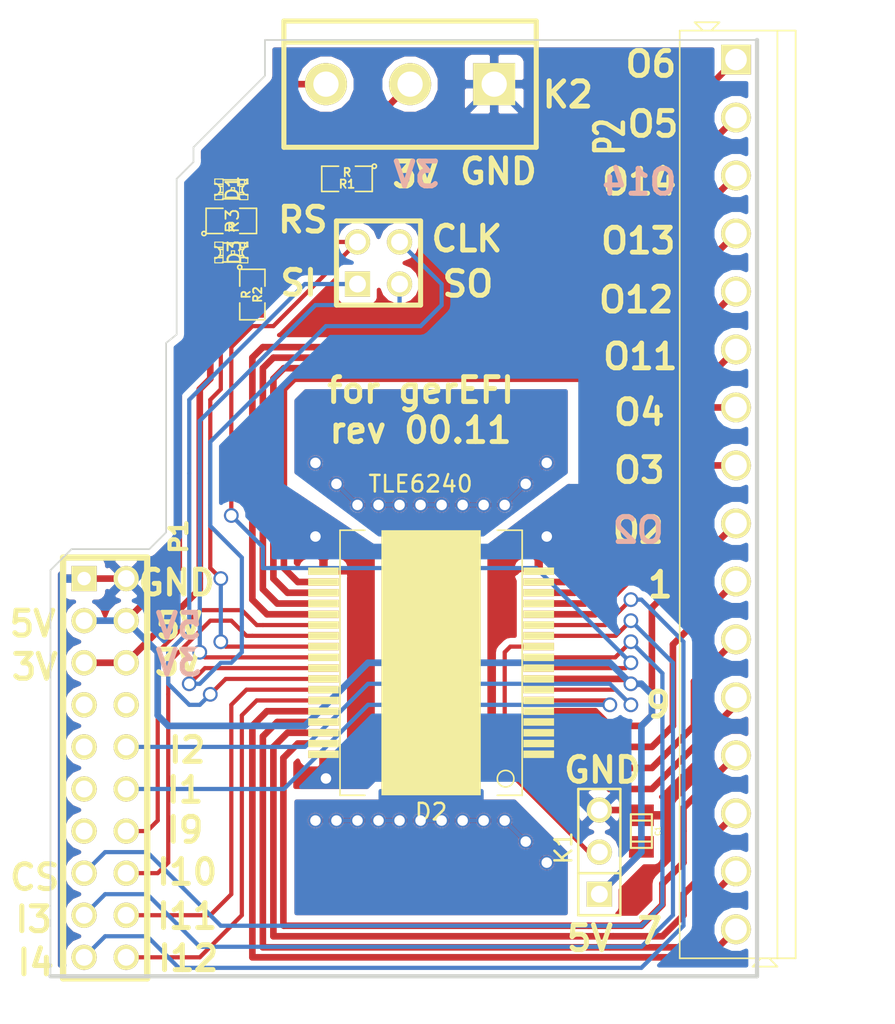
<source format=kicad_pcb>
(kicad_pcb (version 4) (host pcbnew 4.0.5)

  (general
    (links 53)
    (no_connects 0)
    (area 120.639999 87.7808 230.608 190.510001)
    (thickness 1.6)
    (drawings 69)
    (tracks 403)
    (zones 0)
    (modules 12)
    (nets 37)
  )

  (page A)
  (title_block
    (title "gerEFI break out board")
    (date 2018-12-29)
    (rev R0.1)
  )

  (layers
    (0 F.Cu signal)
    (31 B.Cu signal)
    (32 B.Adhes user)
    (33 F.Adhes user)
    (34 B.Paste user)
    (35 F.Paste user)
    (36 B.SilkS user)
    (37 F.SilkS user)
    (38 B.Mask user)
    (39 F.Mask user)
    (40 Dwgs.User user)
    (41 Cmts.User user)
    (42 Eco1.User user)
    (43 Eco2.User user hide)
    (44 Edge.Cuts user)
  )

  (setup
    (last_trace_width 0.254)
    (user_trace_width 0.254)
    (user_trace_width 0.254)
    (user_trace_width 0.39116)
    (user_trace_width 0.39116)
    (user_trace_width 0.508)
    (user_trace_width 0.508)
    (user_trace_width 0.762)
    (user_trace_width 0.762)
    (user_trace_width 1.38176)
    (user_trace_width 1.38176)
    (user_trace_width 3.6068)
    (user_trace_width 9.3472)
    (trace_clearance 0.012)
    (zone_clearance 0.4)
    (zone_45_only no)
    (trace_min 0.254)
    (segment_width 0.1)
    (edge_width 0.1)
    (via_size 0.889)
    (via_drill 0.635)
    (via_min_size 0.889)
    (via_min_drill 0.508)
    (user_via 1.016 0.508)
    (user_via 1.016 0.508)
    (user_via 1.651 1.143)
    (user_via 1.651 1.143)
    (user_via 3.6322 0.31242)
    (user_via 3.6322 0.31242)
    (uvia_size 0.508)
    (uvia_drill 0.127)
    (uvias_allowed no)
    (uvia_min_size 0.508)
    (uvia_min_drill 0.127)
    (pcb_text_width 0.3)
    (pcb_text_size 1.5 1.5)
    (mod_edge_width 0.15)
    (mod_text_size 1 1)
    (mod_text_width 0.15)
    (pad_size 1.524 1.524)
    (pad_drill 1.016)
    (pad_to_mask_clearance 0)
    (aux_axis_origin 0 0)
    (visible_elements 7FFFFF3F)
    (pcbplotparams
      (layerselection 0x00030_80000001)
      (usegerberextensions true)
      (excludeedgelayer true)
      (linewidth 0.150000)
      (plotframeref false)
      (viasonmask false)
      (mode 1)
      (useauxorigin false)
      (hpglpennumber 1)
      (hpglpenspeed 20)
      (hpglpendiameter 15)
      (hpglpenoverlay 2)
      (psnegative false)
      (psa4output false)
      (plotreference true)
      (plotvalue true)
      (plotinvisibletext false)
      (padsonsilk false)
      (subtractmaskfromsilk false)
      (outputformat 1)
      (mirror false)
      (drillshape 0)
      (scaleselection 1)
      (outputdirectory gerber_tle6240))
  )

  (net 0 "")
  (net 1 +5V)
  (net 2 /+3.3V)
  (net 3 /CS)
  (net 4 /Fault)
  (net 5 /IN1)
  (net 6 /IN10)
  (net 7 /IN11)
  (net 8 /IN12)
  (net 9 /IN2)
  (net 10 /IN3)
  (net 11 /IN4)
  (net 12 /IN9)
  (net 13 /OUT1)
  (net 14 /OUT10)
  (net 15 /OUT11)
  (net 16 /OUT12)
  (net 17 /OUT13)
  (net 18 /OUT14)
  (net 19 /OUT15)
  (net 20 /OUT16)
  (net 21 /OUT2)
  (net 22 /OUT3)
  (net 23 /OUT4)
  (net 24 /OUT5)
  (net 25 /OUT6)
  (net 26 /OUT7)
  (net 27 /OUT8)
  (net 28 /OUT9)
  (net 29 /PRG)
  (net 30 /Reset)
  (net 31 /SCLK)
  (net 32 /SI)
  (net 33 /SO)
  (net 34 GND)
  (net 35 N-0000014)
  (net 36 N-0000023)

  (net_class Default "This is the default net class."
    (clearance 0.012)
    (trace_width 0.254)
    (via_dia 0.889)
    (via_drill 0.635)
    (uvia_dia 0.508)
    (uvia_drill 0.127)
    (add_net N-0000014)
    (add_net N-0000023)
  )

  (net_class Power ""
    (clearance 0.154)
    (trace_width 0.4)
    (via_dia 0.889)
    (via_drill 0.635)
    (uvia_dia 0.508)
    (uvia_drill 0.127)
    (add_net +5V)
    (add_net /+3.3V)
    (add_net /OUT1)
    (add_net /OUT10)
    (add_net /OUT11)
    (add_net /OUT12)
    (add_net /OUT13)
    (add_net /OUT14)
    (add_net /OUT15)
    (add_net /OUT16)
    (add_net /OUT2)
    (add_net /OUT3)
    (add_net /OUT4)
    (add_net /OUT5)
    (add_net /OUT6)
    (add_net /OUT7)
    (add_net /OUT8)
    (add_net /OUT9)
    (add_net GND)
  )

  (net_class Signal ""
    (clearance 0.154)
    (trace_width 0.254)
    (via_dia 0.889)
    (via_drill 0.635)
    (uvia_dia 0.508)
    (uvia_drill 0.127)
    (add_net /CS)
    (add_net /Fault)
    (add_net /IN1)
    (add_net /IN10)
    (add_net /IN11)
    (add_net /IN12)
    (add_net /IN2)
    (add_net /IN3)
    (add_net /IN4)
    (add_net /IN9)
    (add_net /PRG)
    (add_net /Reset)
    (add_net /SCLK)
    (add_net /SI)
    (add_net /SO)
  )

  (module SM0805 (layer F.Cu) (tedit 5091495C) (tstamp 52FB0DAD)
    (at 193.675 102.87 180)
    (path /52F8DA08)
    (attr smd)
    (fp_text reference R1 (at 0 -0.3175 180) (layer F.SilkS)
      (effects (font (size 0.50038 0.50038) (thickness 0.10922)))
    )
    (fp_text value R (at 0 0.381 180) (layer F.SilkS)
      (effects (font (size 0.50038 0.50038) (thickness 0.10922)))
    )
    (fp_circle (center -1.651 0.762) (end -1.651 0.635) (layer F.SilkS) (width 0.09906))
    (fp_line (start -0.508 0.762) (end -1.524 0.762) (layer F.SilkS) (width 0.09906))
    (fp_line (start -1.524 0.762) (end -1.524 -0.762) (layer F.SilkS) (width 0.09906))
    (fp_line (start -1.524 -0.762) (end -0.508 -0.762) (layer F.SilkS) (width 0.09906))
    (fp_line (start 0.508 -0.762) (end 1.524 -0.762) (layer F.SilkS) (width 0.09906))
    (fp_line (start 1.524 -0.762) (end 1.524 0.762) (layer F.SilkS) (width 0.09906))
    (fp_line (start 1.524 0.762) (end 0.508 0.762) (layer F.SilkS) (width 0.09906))
    (pad 1 smd rect (at -0.9525 0 180) (size 0.889 1.397) (layers F.Cu F.Paste F.Mask)
      (net 34 GND))
    (pad 2 smd rect (at 0.9525 0 180) (size 0.889 1.397) (layers F.Cu F.Paste F.Mask)
      (net 36 N-0000023))
    (model smd/chip_cms.wrl
      (at (xyz 0 0 0))
      (scale (xyz 0.1 0.1 0.1))
      (rotate (xyz 0 0 0))
    )
  )

  (module SM0805 (layer F.Cu) (tedit 5091495C) (tstamp 52FB0DBA)
    (at 187.96 109.855 270)
    (path /52F9D13C)
    (attr smd)
    (fp_text reference R2 (at 0 -0.3175 270) (layer F.SilkS)
      (effects (font (size 0.50038 0.50038) (thickness 0.10922)))
    )
    (fp_text value R (at 0 0.381 270) (layer F.SilkS)
      (effects (font (size 0.50038 0.50038) (thickness 0.10922)))
    )
    (fp_circle (center -1.651 0.762) (end -1.651 0.635) (layer F.SilkS) (width 0.09906))
    (fp_line (start -0.508 0.762) (end -1.524 0.762) (layer F.SilkS) (width 0.09906))
    (fp_line (start -1.524 0.762) (end -1.524 -0.762) (layer F.SilkS) (width 0.09906))
    (fp_line (start -1.524 -0.762) (end -0.508 -0.762) (layer F.SilkS) (width 0.09906))
    (fp_line (start 0.508 -0.762) (end 1.524 -0.762) (layer F.SilkS) (width 0.09906))
    (fp_line (start 1.524 -0.762) (end 1.524 0.762) (layer F.SilkS) (width 0.09906))
    (fp_line (start 1.524 0.762) (end 0.508 0.762) (layer F.SilkS) (width 0.09906))
    (pad 1 smd rect (at -0.9525 0 270) (size 0.889 1.397) (layers F.Cu F.Paste F.Mask)
      (net 35 N-0000014))
    (pad 2 smd rect (at 0.9525 0 270) (size 0.889 1.397) (layers F.Cu F.Paste F.Mask)
      (net 4 /Fault))
    (model smd/chip_cms.wrl
      (at (xyz 0 0 0))
      (scale (xyz 0.1 0.1 0.1))
      (rotate (xyz 0 0 0))
    )
  )

  (module PIN_ARRAY_3X1 (layer F.Cu) (tedit 52FB37A7) (tstamp 52FB0DC6)
    (at 208.915 143.51 90)
    (descr "Connecteur 3 pins")
    (tags "CONN DEV")
    (path /52FC8371)
    (fp_text reference K1 (at 0.254 -2.159 90) (layer F.SilkS)
      (effects (font (size 1.016 1.016) (thickness 0.1524)))
    )
    (fp_text value JUMPER3 (at 0 -2.159 90) (layer F.SilkS) hide
      (effects (font (size 1.016 1.016) (thickness 0.1524)))
    )
    (fp_line (start -3.81 1.27) (end -3.81 -1.27) (layer F.SilkS) (width 0.1524))
    (fp_line (start -3.81 -1.27) (end 3.81 -1.27) (layer F.SilkS) (width 0.1524))
    (fp_line (start 3.81 -1.27) (end 3.81 1.27) (layer F.SilkS) (width 0.1524))
    (fp_line (start 3.81 1.27) (end -3.81 1.27) (layer F.SilkS) (width 0.1524))
    (fp_line (start -1.27 -1.27) (end -1.27 1.27) (layer F.SilkS) (width 0.1524))
    (pad 1 thru_hole rect (at -2.54 0 90) (size 1.524 1.524) (drill 1.016) (layers *.Cu *.Mask F.SilkS)
      (net 1 +5V))
    (pad 2 thru_hole circle (at 0 0 90) (size 1.524 1.524) (drill 1.016) (layers *.Cu *.Mask F.SilkS)
      (net 29 /PRG))
    (pad 3 thru_hole circle (at 2.54 0 90) (size 1.524 1.524) (drill 1.016) (layers *.Cu *.Mask F.SilkS)
      (net 34 GND))
    (model pin_array/pins_array_3x1.wrl
      (at (xyz 0 0 0))
      (scale (xyz 1 1 1))
      (rotate (xyz 0 0 0))
    )
  )

  (module PIN_ARRAY_10X2 (layer F.Cu) (tedit 541D514E) (tstamp 52FB0DE2)
    (at 179.07 138.43 270)
    (descr "Double rangee de contacts 2 x 10 pins")
    (tags CONN)
    (path /52F8BA09)
    (fp_text reference P1 (at -13.97 -4.445 270) (layer F.SilkS)
      (effects (font (size 1.016 1.016) (thickness 0.254)))
    )
    (fp_text value CONN_10X2 (at -0.1905 7.747 270) (layer F.SilkS) hide
      (effects (font (size 1.016 1.016) (thickness 0.2032)))
    )
    (fp_line (start 12.7 2.54) (end -12.7 2.54) (layer F.SilkS) (width 0.381))
    (fp_line (start -12.7 -2.54) (end 12.7 -2.54) (layer F.SilkS) (width 0.381))
    (fp_line (start -12.7 -2.54) (end -12.7 2.54) (layer F.SilkS) (width 0.381))
    (fp_line (start 12.7 2.54) (end 12.7 -2.54) (layer F.SilkS) (width 0.381))
    (pad 1 thru_hole rect (at -11.43 1.27 270) (size 1.524 1.524) (drill 0.8128) (layers *.Cu *.Mask F.SilkS)
      (net 34 GND))
    (pad 2 thru_hole circle (at -11.43 -1.27 270) (size 1.524 1.524) (drill 1.016) (layers *.Cu *.Mask F.SilkS)
      (net 34 GND))
    (pad 3 thru_hole circle (at -8.89 1.27 270) (size 1.524 1.524) (drill 1.016) (layers *.Cu *.Mask F.SilkS)
      (net 1 +5V))
    (pad 4 thru_hole circle (at -8.89 -1.27 270) (size 1.524 1.524) (drill 1.016) (layers *.Cu *.Mask F.SilkS)
      (net 1 +5V))
    (pad 5 thru_hole circle (at -6.35 1.27 270) (size 1.524 1.524) (drill 1.016) (layers *.Cu *.Mask F.SilkS)
      (net 2 /+3.3V))
    (pad 6 thru_hole circle (at -6.35 -1.27 270) (size 1.524 1.524) (drill 1.016) (layers *.Cu *.Mask F.SilkS)
      (net 2 /+3.3V))
    (pad 7 thru_hole circle (at -3.81 1.27 270) (size 1.524 1.524) (drill 1.016) (layers *.Cu *.Mask F.SilkS))
    (pad 8 thru_hole circle (at -3.81 -1.27 270) (size 1.524 1.524) (drill 1.016) (layers *.Cu *.Mask F.SilkS))
    (pad 9 thru_hole circle (at -1.27 1.27 270) (size 1.524 1.524) (drill 1.016) (layers *.Cu *.Mask F.SilkS))
    (pad 10 thru_hole circle (at -1.27 -1.27 270) (size 1.524 1.524) (drill 1.016) (layers *.Cu *.Mask F.SilkS)
      (net 9 /IN2))
    (pad 11 thru_hole circle (at 1.27 1.27 270) (size 1.524 1.524) (drill 1.016) (layers *.Cu *.Mask F.SilkS))
    (pad 12 thru_hole circle (at 1.27 -1.27 270) (size 1.524 1.524) (drill 1.016) (layers *.Cu *.Mask F.SilkS)
      (net 5 /IN1))
    (pad 13 thru_hole circle (at 3.81 1.27 270) (size 1.524 1.524) (drill 1.016) (layers *.Cu *.Mask F.SilkS))
    (pad 14 thru_hole circle (at 3.81 -1.27 270) (size 1.524 1.524) (drill 1.016) (layers *.Cu *.Mask F.SilkS)
      (net 12 /IN9))
    (pad 15 thru_hole circle (at 6.35 1.27 270) (size 1.524 1.524) (drill 1.016) (layers *.Cu *.Mask F.SilkS)
      (net 3 /CS))
    (pad 16 thru_hole circle (at 6.35 -1.27 270) (size 1.524 1.524) (drill 1.016) (layers *.Cu *.Mask F.SilkS)
      (net 6 /IN10))
    (pad 17 thru_hole circle (at 8.89 1.27 270) (size 1.524 1.524) (drill 1.016) (layers *.Cu *.Mask F.SilkS)
      (net 10 /IN3))
    (pad 18 thru_hole circle (at 8.89 -1.27 270) (size 1.524 1.524) (drill 1.016) (layers *.Cu *.Mask F.SilkS)
      (net 7 /IN11))
    (pad 19 thru_hole circle (at 11.43 1.27 270) (size 1.524 1.524) (drill 1.016) (layers *.Cu *.Mask F.SilkS)
      (net 11 /IN4))
    (pad 20 thru_hole circle (at 11.43 -1.27 270) (size 1.524 1.524) (drill 1.016) (layers *.Cu *.Mask F.SilkS)
      (net 8 /IN12))
    (model 3d/M_header_10x2.wrl
      (at (xyz 0 0 0))
      (scale (xyz 1 1 1))
      (rotate (xyz -90 0 0))
    )
  )

  (module PG-DSO-36 (layer F.Cu) (tedit 541D5102) (tstamp 52FB0E12)
    (at 198.755 132.08 180)
    (path /52F8B8AA)
    (fp_text reference D2 (at 0 -9 180) (layer F.SilkS)
      (effects (font (size 1 1) (thickness 0.15)))
    )
    (fp_text value TLE6240 (at 0.635 10.795 180) (layer F.SilkS)
      (effects (font (size 1 1) (thickness 0.15)))
    )
    (fp_circle (center -4.5 -7) (end -4.5 -7.5) (layer F.SilkS) (width 0.1))
    (fp_line (start 4 -8) (end 5.5 -8) (layer F.SilkS) (width 0.1))
    (fp_line (start 5.5 -8) (end 5.5 8) (layer F.SilkS) (width 0.1))
    (fp_line (start 5.5 8) (end 4 8) (layer F.SilkS) (width 0.1))
    (fp_line (start -5.5 -8) (end -5.5 8) (layer F.SilkS) (width 0.1))
    (fp_line (start -5.5 8) (end -4 8) (layer F.SilkS) (width 0.1))
    (fp_line (start -5.5 -8) (end -4 -8) (layer F.SilkS) (width 0.1))
    (pad 99 smd rect (at 0 0 180) (size 6 16) (layers F.Cu F.Paste F.SilkS F.Mask))
    (pad 1 smd rect (at -6.5 -5.525 180) (size 1.85 0.45) (layers F.Cu F.Paste F.SilkS F.Mask)
      (net 34 GND))
    (pad 2 smd rect (at -6.5 -4.875 180) (size 1.85 0.45) (layers F.Cu F.Paste F.SilkS F.Mask)
      (net 28 /OUT9))
    (pad 3 smd rect (at -6.5 -4.225 180) (size 1.85 0.45) (layers F.Cu F.Paste F.SilkS F.Mask)
      (net 14 /OUT10))
    (pad 4 smd rect (at -6.5 -3.575 180) (size 1.85 0.45) (layers F.Cu F.Paste F.SilkS F.Mask)
      (net 13 /OUT1))
    (pad 5 smd rect (at -6.5 -2.925 180) (size 1.85 0.45) (layers F.Cu F.Paste F.SilkS F.Mask)
      (net 21 /OUT2))
    (pad 6 smd rect (at -6.5 -2.275 180) (size 1.85 0.45) (layers F.Cu F.Paste F.SilkS F.Mask)
      (net 5 /IN1))
    (pad 7 smd rect (at -6.5 -1.625 180) (size 1.85 0.45) (layers F.Cu F.Paste F.SilkS F.Mask)
      (net 9 /IN2))
    (pad 8 smd rect (at -6.5 -0.975 180) (size 1.85 0.45) (layers F.Cu F.Paste F.SilkS F.Mask)
      (net 1 +5V))
    (pad 9 smd rect (at -6.5 -0.325 180) (size 1.85 0.45) (layers F.Cu F.Paste F.SilkS F.Mask)
      (net 30 /Reset))
    (pad 10 smd rect (at -6.5 0.325 180) (size 1.85 0.45) (layers F.Cu F.Paste F.SilkS F.Mask)
      (net 3 /CS))
    (pad 11 smd rect (at -6.5 0.975 180) (size 1.85 0.45) (layers F.Cu F.Paste F.SilkS F.Mask)
      (net 29 /PRG))
    (pad 12 smd rect (at -6.5 1.625 180) (size 1.85 0.45) (layers F.Cu F.Paste F.SilkS F.Mask)
      (net 10 /IN3))
    (pad 13 smd rect (at -6.5 2.275 180) (size 1.85 0.45) (layers F.Cu F.Paste F.SilkS F.Mask)
      (net 11 /IN4))
    (pad 14 smd rect (at -6.5 2.925 180) (size 1.85 0.45) (layers F.Cu F.Paste F.SilkS F.Mask)
      (net 22 /OUT3))
    (pad 15 smd rect (at -6.5 3.575 180) (size 1.85 0.45) (layers F.Cu F.Paste F.SilkS F.Mask)
      (net 23 /OUT4))
    (pad 16 smd rect (at -6.5 4.225 180) (size 1.85 0.45) (layers F.Cu F.Paste F.SilkS F.Mask)
      (net 15 /OUT11))
    (pad 17 smd rect (at -6.5 4.875 180) (size 1.85 0.45) (layers F.Cu F.Paste F.SilkS F.Mask)
      (net 16 /OUT12))
    (pad 18 smd rect (at -6.5 5.525 180) (size 1.85 0.45) (layers F.Cu F.Paste F.SilkS F.Mask)
      (net 34 GND))
    (pad 19 smd rect (at 6.5 5.525 180) (size 1.85 0.45) (layers F.Cu F.Paste F.SilkS F.Mask)
      (net 34 GND))
    (pad 20 smd rect (at 6.5 4.875 180) (size 1.85 0.45) (layers F.Cu F.Paste F.SilkS F.Mask)
      (net 17 /OUT13))
    (pad 21 smd rect (at 6.5 4.225 180) (size 1.85 0.45) (layers F.Cu F.Paste F.SilkS F.Mask)
      (net 18 /OUT14))
    (pad 22 smd rect (at 6.5 3.575 180) (size 1.85 0.45) (layers F.Cu F.Paste F.SilkS F.Mask)
      (net 24 /OUT5))
    (pad 23 smd rect (at 6.5 2.925 180) (size 1.85 0.45) (layers F.Cu F.Paste F.SilkS F.Mask)
      (net 25 /OUT6))
    (pad 24 smd rect (at 6.5 2.275 180) (size 1.85 0.45) (layers F.Cu F.Paste F.SilkS F.Mask)
      (net 12 /IN9))
    (pad 25 smd rect (at 6.5 1.625 180) (size 1.85 0.45) (layers F.Cu F.Paste F.SilkS F.Mask)
      (net 6 /IN10))
    (pad 26 smd rect (at 6.5 0.975 180) (size 1.85 0.45) (layers F.Cu F.Paste F.SilkS F.Mask)
      (net 4 /Fault))
    (pad 27 smd rect (at 6.5 0.325 180) (size 1.85 0.45) (layers F.Cu F.Paste F.SilkS F.Mask)
      (net 33 /SO))
    (pad 28 smd rect (at 6.5 -0.325 180) (size 1.85 0.45) (layers F.Cu F.Paste F.SilkS F.Mask)
      (net 31 /SCLK))
    (pad 29 smd rect (at 6.5 -0.975 180) (size 1.85 0.45) (layers F.Cu F.Paste F.SilkS F.Mask)
      (net 32 /SI))
    (pad 30 smd rect (at 6.5 -1.625 180) (size 1.85 0.45) (layers F.Cu F.Paste F.SilkS F.Mask)
      (net 7 /IN11))
    (pad 31 smd rect (at 6.5 -2.275 180) (size 1.85 0.45) (layers F.Cu F.Paste F.SilkS F.Mask)
      (net 8 /IN12))
    (pad 32 smd rect (at 6.5 -2.925 180) (size 1.85 0.45) (layers F.Cu F.Paste F.SilkS F.Mask)
      (net 26 /OUT7))
    (pad 33 smd rect (at 6.5 -3.575 180) (size 1.85 0.45) (layers F.Cu F.Paste F.SilkS F.Mask)
      (net 27 /OUT8))
    (pad 34 smd rect (at 6.5 -4.225 180) (size 1.85 0.45) (layers F.Cu F.Paste F.SilkS F.Mask)
      (net 19 /OUT15))
    (pad 35 smd rect (at 6.5 -4.875 180) (size 1.85 0.45) (layers F.Cu F.Paste F.SilkS F.Mask)
      (net 20 /OUT16))
    (pad 36 smd rect (at 6.5 -5.525 180) (size 1.85 0.45) (layers F.Cu F.Paste F.SilkS F.Mask)
      (net 34 GND))
  )

  (module LED-0805 (layer F.Cu) (tedit 5383B3BB) (tstamp 52FB0E4D)
    (at 186.69 103.505)
    (descr "LED 0805 smd package")
    (tags "LED 0805 SMD")
    (path /52F8D9F4)
    (attr smd)
    (fp_text reference D1 (at 0.0635 -0.0635 90) (layer F.SilkS)
      (effects (font (size 0.762 0.762) (thickness 0.127)))
    )
    (fp_text value LED (at 0 1.27) (layer F.SilkS) hide
      (effects (font (size 0.762 0.762) (thickness 0.127)))
    )
    (fp_line (start 0.49784 0.29972) (end 0.49784 0.62484) (layer F.SilkS) (width 0.06604))
    (fp_line (start 0.49784 0.62484) (end 0.99822 0.62484) (layer F.SilkS) (width 0.06604))
    (fp_line (start 0.99822 0.29972) (end 0.99822 0.62484) (layer F.SilkS) (width 0.06604))
    (fp_line (start 0.49784 0.29972) (end 0.99822 0.29972) (layer F.SilkS) (width 0.06604))
    (fp_line (start 0.49784 -0.32258) (end 0.49784 -0.17272) (layer F.SilkS) (width 0.06604))
    (fp_line (start 0.49784 -0.17272) (end 0.7493 -0.17272) (layer F.SilkS) (width 0.06604))
    (fp_line (start 0.7493 -0.32258) (end 0.7493 -0.17272) (layer F.SilkS) (width 0.06604))
    (fp_line (start 0.49784 -0.32258) (end 0.7493 -0.32258) (layer F.SilkS) (width 0.06604))
    (fp_line (start 0.49784 0.17272) (end 0.49784 0.32258) (layer F.SilkS) (width 0.06604))
    (fp_line (start 0.49784 0.32258) (end 0.7493 0.32258) (layer F.SilkS) (width 0.06604))
    (fp_line (start 0.7493 0.17272) (end 0.7493 0.32258) (layer F.SilkS) (width 0.06604))
    (fp_line (start 0.49784 0.17272) (end 0.7493 0.17272) (layer F.SilkS) (width 0.06604))
    (fp_line (start 0.49784 -0.19812) (end 0.49784 0.19812) (layer F.SilkS) (width 0.06604))
    (fp_line (start 0.49784 0.19812) (end 0.6731 0.19812) (layer F.SilkS) (width 0.06604))
    (fp_line (start 0.6731 -0.19812) (end 0.6731 0.19812) (layer F.SilkS) (width 0.06604))
    (fp_line (start 0.49784 -0.19812) (end 0.6731 -0.19812) (layer F.SilkS) (width 0.06604))
    (fp_line (start -0.99822 0.29972) (end -0.99822 0.62484) (layer F.SilkS) (width 0.06604))
    (fp_line (start -0.99822 0.62484) (end -0.49784 0.62484) (layer F.SilkS) (width 0.06604))
    (fp_line (start -0.49784 0.29972) (end -0.49784 0.62484) (layer F.SilkS) (width 0.06604))
    (fp_line (start -0.99822 0.29972) (end -0.49784 0.29972) (layer F.SilkS) (width 0.06604))
    (fp_line (start -0.99822 -0.62484) (end -0.99822 -0.29972) (layer F.SilkS) (width 0.06604))
    (fp_line (start -0.99822 -0.29972) (end -0.49784 -0.29972) (layer F.SilkS) (width 0.06604))
    (fp_line (start -0.49784 -0.62484) (end -0.49784 -0.29972) (layer F.SilkS) (width 0.06604))
    (fp_line (start -0.99822 -0.62484) (end -0.49784 -0.62484) (layer F.SilkS) (width 0.06604))
    (fp_line (start -0.7493 0.17272) (end -0.7493 0.32258) (layer F.SilkS) (width 0.06604))
    (fp_line (start -0.7493 0.32258) (end -0.49784 0.32258) (layer F.SilkS) (width 0.06604))
    (fp_line (start -0.49784 0.17272) (end -0.49784 0.32258) (layer F.SilkS) (width 0.06604))
    (fp_line (start -0.7493 0.17272) (end -0.49784 0.17272) (layer F.SilkS) (width 0.06604))
    (fp_line (start -0.7493 -0.32258) (end -0.7493 -0.17272) (layer F.SilkS) (width 0.06604))
    (fp_line (start -0.7493 -0.17272) (end -0.49784 -0.17272) (layer F.SilkS) (width 0.06604))
    (fp_line (start -0.49784 -0.32258) (end -0.49784 -0.17272) (layer F.SilkS) (width 0.06604))
    (fp_line (start -0.7493 -0.32258) (end -0.49784 -0.32258) (layer F.SilkS) (width 0.06604))
    (fp_line (start -0.6731 -0.19812) (end -0.6731 0.19812) (layer F.SilkS) (width 0.06604))
    (fp_line (start -0.6731 0.19812) (end -0.49784 0.19812) (layer F.SilkS) (width 0.06604))
    (fp_line (start -0.49784 -0.19812) (end -0.49784 0.19812) (layer F.SilkS) (width 0.06604))
    (fp_line (start -0.6731 -0.19812) (end -0.49784 -0.19812) (layer F.SilkS) (width 0.06604))
    (fp_line (start 0 -0.09906) (end 0 0.09906) (layer F.SilkS) (width 0.06604))
    (fp_line (start 0 0.09906) (end 0.19812 0.09906) (layer F.SilkS) (width 0.06604))
    (fp_line (start 0.19812 -0.09906) (end 0.19812 0.09906) (layer F.SilkS) (width 0.06604))
    (fp_line (start 0 -0.09906) (end 0.19812 -0.09906) (layer F.SilkS) (width 0.06604))
    (fp_line (start 0.49784 -0.59944) (end 0.49784 -0.29972) (layer F.SilkS) (width 0.06604))
    (fp_line (start 0.49784 -0.29972) (end 0.79756 -0.29972) (layer F.SilkS) (width 0.06604))
    (fp_line (start 0.79756 -0.59944) (end 0.79756 -0.29972) (layer F.SilkS) (width 0.06604))
    (fp_line (start 0.49784 -0.59944) (end 0.79756 -0.59944) (layer F.SilkS) (width 0.06604))
    (fp_line (start 0.92456 -0.62484) (end 0.92456 -0.39878) (layer F.SilkS) (width 0.06604))
    (fp_line (start 0.92456 -0.39878) (end 0.99822 -0.39878) (layer F.SilkS) (width 0.06604))
    (fp_line (start 0.99822 -0.62484) (end 0.99822 -0.39878) (layer F.SilkS) (width 0.06604))
    (fp_line (start 0.92456 -0.62484) (end 0.99822 -0.62484) (layer F.SilkS) (width 0.06604))
    (fp_line (start 0.52324 0.57404) (end -0.52324 0.57404) (layer F.SilkS) (width 0.1016))
    (fp_line (start -0.49784 -0.57404) (end 0.92456 -0.57404) (layer F.SilkS) (width 0.1016))
    (fp_circle (center 0.84836 -0.44958) (end 0.89916 -0.50038) (layer F.SilkS) (width 0.0508))
    (fp_arc (start 0.99822 0) (end 0.99822 0.34798) (angle 180) (layer F.SilkS) (width 0.1016))
    (fp_arc (start -0.99822 0) (end -0.99822 -0.34798) (angle 180) (layer F.SilkS) (width 0.1016))
    (pad 1 smd rect (at -1.04902 0) (size 1.19888 1.19888) (layers F.Cu F.Paste F.Mask)
      (net 1 +5V))
    (pad 2 smd rect (at 1.04902 0) (size 1.19888 1.19888) (layers F.Cu F.Paste F.Mask)
      (net 36 N-0000023))
  )

  (module LED-0805 (layer F.Cu) (tedit 5383B3B1) (tstamp 52FB0E88)
    (at 186.69 107.315)
    (descr "LED 0805 smd package")
    (tags "LED 0805 SMD")
    (path /52F9D123)
    (attr smd)
    (fp_text reference D3 (at 0.1905 0 90) (layer F.SilkS)
      (effects (font (size 0.762 0.762) (thickness 0.127)))
    )
    (fp_text value LED (at 0 1.27) (layer F.SilkS) hide
      (effects (font (size 0.762 0.762) (thickness 0.127)))
    )
    (fp_line (start 0.49784 0.29972) (end 0.49784 0.62484) (layer F.SilkS) (width 0.06604))
    (fp_line (start 0.49784 0.62484) (end 0.99822 0.62484) (layer F.SilkS) (width 0.06604))
    (fp_line (start 0.99822 0.29972) (end 0.99822 0.62484) (layer F.SilkS) (width 0.06604))
    (fp_line (start 0.49784 0.29972) (end 0.99822 0.29972) (layer F.SilkS) (width 0.06604))
    (fp_line (start 0.49784 -0.32258) (end 0.49784 -0.17272) (layer F.SilkS) (width 0.06604))
    (fp_line (start 0.49784 -0.17272) (end 0.7493 -0.17272) (layer F.SilkS) (width 0.06604))
    (fp_line (start 0.7493 -0.32258) (end 0.7493 -0.17272) (layer F.SilkS) (width 0.06604))
    (fp_line (start 0.49784 -0.32258) (end 0.7493 -0.32258) (layer F.SilkS) (width 0.06604))
    (fp_line (start 0.49784 0.17272) (end 0.49784 0.32258) (layer F.SilkS) (width 0.06604))
    (fp_line (start 0.49784 0.32258) (end 0.7493 0.32258) (layer F.SilkS) (width 0.06604))
    (fp_line (start 0.7493 0.17272) (end 0.7493 0.32258) (layer F.SilkS) (width 0.06604))
    (fp_line (start 0.49784 0.17272) (end 0.7493 0.17272) (layer F.SilkS) (width 0.06604))
    (fp_line (start 0.49784 -0.19812) (end 0.49784 0.19812) (layer F.SilkS) (width 0.06604))
    (fp_line (start 0.49784 0.19812) (end 0.6731 0.19812) (layer F.SilkS) (width 0.06604))
    (fp_line (start 0.6731 -0.19812) (end 0.6731 0.19812) (layer F.SilkS) (width 0.06604))
    (fp_line (start 0.49784 -0.19812) (end 0.6731 -0.19812) (layer F.SilkS) (width 0.06604))
    (fp_line (start -0.99822 0.29972) (end -0.99822 0.62484) (layer F.SilkS) (width 0.06604))
    (fp_line (start -0.99822 0.62484) (end -0.49784 0.62484) (layer F.SilkS) (width 0.06604))
    (fp_line (start -0.49784 0.29972) (end -0.49784 0.62484) (layer F.SilkS) (width 0.06604))
    (fp_line (start -0.99822 0.29972) (end -0.49784 0.29972) (layer F.SilkS) (width 0.06604))
    (fp_line (start -0.99822 -0.62484) (end -0.99822 -0.29972) (layer F.SilkS) (width 0.06604))
    (fp_line (start -0.99822 -0.29972) (end -0.49784 -0.29972) (layer F.SilkS) (width 0.06604))
    (fp_line (start -0.49784 -0.62484) (end -0.49784 -0.29972) (layer F.SilkS) (width 0.06604))
    (fp_line (start -0.99822 -0.62484) (end -0.49784 -0.62484) (layer F.SilkS) (width 0.06604))
    (fp_line (start -0.7493 0.17272) (end -0.7493 0.32258) (layer F.SilkS) (width 0.06604))
    (fp_line (start -0.7493 0.32258) (end -0.49784 0.32258) (layer F.SilkS) (width 0.06604))
    (fp_line (start -0.49784 0.17272) (end -0.49784 0.32258) (layer F.SilkS) (width 0.06604))
    (fp_line (start -0.7493 0.17272) (end -0.49784 0.17272) (layer F.SilkS) (width 0.06604))
    (fp_line (start -0.7493 -0.32258) (end -0.7493 -0.17272) (layer F.SilkS) (width 0.06604))
    (fp_line (start -0.7493 -0.17272) (end -0.49784 -0.17272) (layer F.SilkS) (width 0.06604))
    (fp_line (start -0.49784 -0.32258) (end -0.49784 -0.17272) (layer F.SilkS) (width 0.06604))
    (fp_line (start -0.7493 -0.32258) (end -0.49784 -0.32258) (layer F.SilkS) (width 0.06604))
    (fp_line (start -0.6731 -0.19812) (end -0.6731 0.19812) (layer F.SilkS) (width 0.06604))
    (fp_line (start -0.6731 0.19812) (end -0.49784 0.19812) (layer F.SilkS) (width 0.06604))
    (fp_line (start -0.49784 -0.19812) (end -0.49784 0.19812) (layer F.SilkS) (width 0.06604))
    (fp_line (start -0.6731 -0.19812) (end -0.49784 -0.19812) (layer F.SilkS) (width 0.06604))
    (fp_line (start 0 -0.09906) (end 0 0.09906) (layer F.SilkS) (width 0.06604))
    (fp_line (start 0 0.09906) (end 0.19812 0.09906) (layer F.SilkS) (width 0.06604))
    (fp_line (start 0.19812 -0.09906) (end 0.19812 0.09906) (layer F.SilkS) (width 0.06604))
    (fp_line (start 0 -0.09906) (end 0.19812 -0.09906) (layer F.SilkS) (width 0.06604))
    (fp_line (start 0.49784 -0.59944) (end 0.49784 -0.29972) (layer F.SilkS) (width 0.06604))
    (fp_line (start 0.49784 -0.29972) (end 0.79756 -0.29972) (layer F.SilkS) (width 0.06604))
    (fp_line (start 0.79756 -0.59944) (end 0.79756 -0.29972) (layer F.SilkS) (width 0.06604))
    (fp_line (start 0.49784 -0.59944) (end 0.79756 -0.59944) (layer F.SilkS) (width 0.06604))
    (fp_line (start 0.92456 -0.62484) (end 0.92456 -0.39878) (layer F.SilkS) (width 0.06604))
    (fp_line (start 0.92456 -0.39878) (end 0.99822 -0.39878) (layer F.SilkS) (width 0.06604))
    (fp_line (start 0.99822 -0.62484) (end 0.99822 -0.39878) (layer F.SilkS) (width 0.06604))
    (fp_line (start 0.92456 -0.62484) (end 0.99822 -0.62484) (layer F.SilkS) (width 0.06604))
    (fp_line (start 0.52324 0.57404) (end -0.52324 0.57404) (layer F.SilkS) (width 0.1016))
    (fp_line (start -0.49784 -0.57404) (end 0.92456 -0.57404) (layer F.SilkS) (width 0.1016))
    (fp_circle (center 0.84836 -0.44958) (end 0.89916 -0.50038) (layer F.SilkS) (width 0.0508))
    (fp_arc (start 0.99822 0) (end 0.99822 0.34798) (angle 180) (layer F.SilkS) (width 0.1016))
    (fp_arc (start -0.99822 0) (end -0.99822 -0.34798) (angle 180) (layer F.SilkS) (width 0.1016))
    (pad 1 smd rect (at -1.04902 0) (size 1.19888 1.19888) (layers F.Cu F.Paste F.Mask)
      (net 1 +5V))
    (pad 2 smd rect (at 1.04902 0) (size 1.19888 1.19888) (layers F.Cu F.Paste F.Mask)
      (net 35 N-0000014))
  )

  (module c_0805 (layer F.Cu) (tedit 49047394) (tstamp 52FB0E94)
    (at 211.455 142.24 270)
    (descr "SMT capacitor, 0805")
    (path /52F8B996)
    (fp_text reference C1 (at 0 -0.9906 270) (layer F.SilkS)
      (effects (font (size 0.29972 0.29972) (thickness 0.06096)))
    )
    (fp_text value C (at 0 0.9906 270) (layer F.SilkS) hide
      (effects (font (size 0.29972 0.29972) (thickness 0.06096)))
    )
    (fp_line (start 0.635 -0.635) (end 0.635 0.635) (layer F.SilkS) (width 0.127))
    (fp_line (start -0.635 -0.635) (end -0.635 0.6096) (layer F.SilkS) (width 0.127))
    (fp_line (start -1.016 -0.635) (end 1.016 -0.635) (layer F.SilkS) (width 0.127))
    (fp_line (start 1.016 -0.635) (end 1.016 0.635) (layer F.SilkS) (width 0.127))
    (fp_line (start 1.016 0.635) (end -1.016 0.635) (layer F.SilkS) (width 0.127))
    (fp_line (start -1.016 0.635) (end -1.016 -0.635) (layer F.SilkS) (width 0.127))
    (pad 1 smd rect (at 0.9525 0 270) (size 1.30048 1.4986) (layers F.Cu F.Paste F.Mask)
      (net 1 +5V))
    (pad 2 smd rect (at -0.9525 0 270) (size 1.30048 1.4986) (layers F.Cu F.Paste F.Mask)
      (net 34 GND))
    (model smd/capacitors/c_0805.wrl
      (at (xyz 0 0 0))
      (scale (xyz 1 1 1))
      (rotate (xyz 0 0 0))
    )
  )

  (module bornier3 (layer F.Cu) (tedit 541D50EB) (tstamp 52FB1633)
    (at 197.485 97.155 180)
    (descr "Bornier d'alimentation 3 pins")
    (tags DEV)
    (path /52FB13F1)
    (fp_text reference K2 (at -9.525 -0.635 180) (layer F.SilkS)
      (effects (font (thickness 0.3048)))
    )
    (fp_text value CONN_3 (at -1.524 8.001 180) (layer F.SilkS) hide
      (effects (font (thickness 0.3048)))
    )
    (fp_line (start -7.62 3.81) (end -7.62 -3.81) (layer F.SilkS) (width 0.3048))
    (fp_line (start 7.62 3.81) (end 7.62 -3.81) (layer F.SilkS) (width 0.3048))
    (fp_line (start -7.62 2.54) (end 7.62 2.54) (layer F.SilkS) (width 0.3048))
    (fp_line (start -7.62 -3.81) (end 7.62 -3.81) (layer F.SilkS) (width 0.3048))
    (fp_line (start -7.62 3.81) (end 7.62 3.81) (layer F.SilkS) (width 0.3048))
    (pad 1 thru_hole rect (at -5.08 0 180) (size 2.54 2.54) (drill 1.524) (layers *.Cu *.Mask F.SilkS)
      (net 34 GND))
    (pad 2 thru_hole circle (at 0 0 180) (size 2.54 2.54) (drill 1.524) (layers *.Cu *.Mask F.SilkS)
      (net 2 /+3.3V))
    (pad 3 thru_hole circle (at 5.08 0 180) (size 2.54 2.54) (drill 1.524) (layers *.Cu *.Mask F.SilkS)
      (net 1 +5V))
    (model device/bornier_3.wrl
      (at (xyz 0 0 0))
      (scale (xyz 1 1 1))
      (rotate (xyz 0 0 0))
    )
  )

  (module SIL-16_3.5MM (layer F.Cu) (tedit 541D5133) (tstamp 52FB39C7)
    (at 217.17 121.92 270)
    (descr "14 PIN 3.5MM")
    (path /52FB1B2B)
    (fp_text reference P2 (at -21.59 7.62 270) (layer F.SilkS)
      (effects (font (size 1.72974 1.08712) (thickness 0.27178)))
    )
    (fp_text value CONN_16 (at 0 -5.715 270) (layer F.SilkS) hide
      (effects (font (size 1.524 1.016) (thickness 0.254)))
    )
    (fp_line (start -28 2) (end -28.5 2.5) (layer F.SilkS) (width 0.09906))
    (fp_line (start -28.5 2.5) (end -28.5 1.5) (layer F.SilkS) (width 0.09906))
    (fp_line (start -28.5 1.5) (end -28.5 1) (layer F.SilkS) (width 0.09906))
    (fp_line (start -28.5 1) (end -28 1.5) (layer F.SilkS) (width 0.09906))
    (fp_line (start 28 -2) (end 28.5 -2.5) (layer F.SilkS) (width 0.09906))
    (fp_line (start 28.5 -2.5) (end 28.5 -1.5) (layer F.SilkS) (width 0.09906))
    (fp_line (start 28.5 -1.5) (end 28.5 -1) (layer F.SilkS) (width 0.09906))
    (fp_line (start 28.5 -1) (end 28 -1.5) (layer F.SilkS) (width 0.09906))
    (fp_line (start -28 -2.5) (end 28 -2.5) (layer F.SilkS) (width 0.09906))
    (fp_line (start -28 -3.6) (end 28 -3.6) (layer F.SilkS) (width 0.09906))
    (fp_line (start 28 -3.6) (end 28 3.4) (layer F.SilkS) (width 0.09906))
    (fp_line (start 28 3.4) (end -28 3.4) (layer F.SilkS) (width 0.09906))
    (fp_line (start -28 3.4) (end -28 -3.6) (layer F.SilkS) (width 0.09906))
    (pad 16 thru_hole circle (at 26.25 0 270) (size 1.8 1.8) (drill 1.3) (layers *.Cu *.Mask F.SilkS)
      (net 26 /OUT7))
    (pad 15 thru_hole circle (at 22.75 0 270) (size 1.8 1.8) (drill 1.3) (layers *.Cu *.Mask F.SilkS)
      (net 27 /OUT8))
    (pad 1 thru_hole rect (at -26.25 0 270) (size 1.8 1.8) (drill 1.3) (layers *.Cu *.Mask F.SilkS)
      (net 25 /OUT6))
    (pad 2 thru_hole circle (at -22.75 0 270) (size 1.8 1.8) (drill 1.3) (layers *.Cu *.Mask F.SilkS)
      (net 24 /OUT5))
    (pad 3 thru_hole circle (at -19.25 0 270) (size 1.8 1.8) (drill 1.3) (layers *.Cu *.Mask F.SilkS)
      (net 18 /OUT14))
    (pad 4 thru_hole circle (at -15.75 0 270) (size 1.8 1.8) (drill 1.3) (layers *.Cu *.Mask F.SilkS)
      (net 17 /OUT13))
    (pad 5 thru_hole circle (at -12.25 0 270) (size 1.8 1.8) (drill 1.3) (layers *.Cu *.Mask F.SilkS)
      (net 16 /OUT12))
    (pad 6 thru_hole circle (at -8.75 0 270) (size 1.8 1.8) (drill 1.3) (layers *.Cu *.Mask F.SilkS)
      (net 15 /OUT11))
    (pad 7 thru_hole circle (at -5.25 0 270) (size 1.8 1.8) (drill 1.3) (layers *.Cu *.Mask F.SilkS)
      (net 23 /OUT4))
    (pad 8 thru_hole circle (at -1.75 0 270) (size 1.8 1.8) (drill 1.3) (layers *.Cu *.Mask F.SilkS)
      (net 22 /OUT3))
    (pad 9 thru_hole circle (at 1.75 0 270) (size 1.8 1.8) (drill 1.3) (layers *.Cu *.Mask F.SilkS)
      (net 21 /OUT2))
    (pad 10 thru_hole circle (at 5.25 0 270) (size 1.8 1.8) (drill 1.3) (layers *.Cu *.Mask F.SilkS)
      (net 13 /OUT1))
    (pad 11 thru_hole circle (at 8.75 0 270) (size 1.8 1.8) (drill 1.3) (layers *.Cu *.Mask F.SilkS)
      (net 14 /OUT10))
    (pad 12 thru_hole circle (at 12.25 0 270) (size 1.8 1.8) (drill 1.3) (layers *.Cu *.Mask F.SilkS)
      (net 28 /OUT9))
    (pad 13 thru_hole circle (at 15.75 0 270) (size 1.8 1.8) (drill 1.3) (layers *.Cu *.Mask F.SilkS)
      (net 20 /OUT16))
    (pad 14 thru_hole circle (at 19.25 0 270) (size 1.8 1.8) (drill 1.3) (layers *.Cu *.Mask F.SilkS)
      (net 19 /OUT15))
    (model device/bornier_6.wrl
      (at (xyz -0.5 0 0))
      (scale (xyz 1 1 1))
      (rotate (xyz 0 0 0))
    )
    (model device/bornier_6.wrl
      (at (xyz 0.5 0 0))
      (scale (xyz 1 1 1))
      (rotate (xyz 0 0 0))
    )
  )

  (module SM0805 (layer F.Cu) (tedit 5383B3D6) (tstamp 52FB3B6F)
    (at 186.69 105.41)
    (path /52FB23F7)
    (attr smd)
    (fp_text reference R3 (at 0.0635 0 90) (layer F.SilkS)
      (effects (font (size 0.762 0.762) (thickness 0.10922)))
    )
    (fp_text value R (at 0 0.381) (layer F.SilkS)
      (effects (font (size 0.50038 0.50038) (thickness 0.10922)))
    )
    (fp_circle (center -1.651 0.762) (end -1.651 0.635) (layer F.SilkS) (width 0.09906))
    (fp_line (start -0.508 0.762) (end -1.524 0.762) (layer F.SilkS) (width 0.09906))
    (fp_line (start -1.524 0.762) (end -1.524 -0.762) (layer F.SilkS) (width 0.09906))
    (fp_line (start -1.524 -0.762) (end -0.508 -0.762) (layer F.SilkS) (width 0.09906))
    (fp_line (start 0.508 -0.762) (end 1.524 -0.762) (layer F.SilkS) (width 0.09906))
    (fp_line (start 1.524 -0.762) (end 1.524 0.762) (layer F.SilkS) (width 0.09906))
    (fp_line (start 1.524 0.762) (end 0.508 0.762) (layer F.SilkS) (width 0.09906))
    (pad 1 smd rect (at -0.9525 0) (size 0.889 1.397) (layers F.Cu F.Paste F.Mask)
      (net 1 +5V))
    (pad 2 smd rect (at 0.9525 0) (size 0.889 1.397) (layers F.Cu F.Paste F.Mask)
      (net 30 /Reset))
    (model smd/chip_cms.wrl
      (at (xyz 0 0 0))
      (scale (xyz 0.1 0.1 0.1))
      (rotate (xyz 0 0 0))
    )
  )

  (module PIN_ARRAY_2X2 (layer F.Cu) (tedit 5383B3DC) (tstamp 52FB3B7B)
    (at 195.58 107.95)
    (descr "Double rangee de contacts 2 x 2 pins")
    (tags CONN)
    (path /52FB2102)
    (fp_text reference P3 (at -0.381 -3.429) (layer F.SilkS) hide
      (effects (font (size 1.016 1.016) (thickness 0.2032)))
    )
    (fp_text value CONN_2X2 (at 0 3.048) (layer F.SilkS) hide
      (effects (font (size 1.016 1.016) (thickness 0.2032)))
    )
    (fp_line (start -2.54 -2.54) (end 2.54 -2.54) (layer F.SilkS) (width 0.3048))
    (fp_line (start 2.54 -2.54) (end 2.54 2.54) (layer F.SilkS) (width 0.3048))
    (fp_line (start 2.54 2.54) (end -2.54 2.54) (layer F.SilkS) (width 0.3048))
    (fp_line (start -2.54 2.54) (end -2.54 -2.54) (layer F.SilkS) (width 0.3048))
    (pad 1 thru_hole rect (at -1.27 1.27) (size 1.524 1.524) (drill 1.016) (layers *.Cu *.Mask F.SilkS)
      (net 32 /SI))
    (pad 2 thru_hole circle (at -1.27 -1.27) (size 1.524 1.524) (drill 1.016) (layers *.Cu *.Mask F.SilkS)
      (net 30 /Reset))
    (pad 3 thru_hole circle (at 1.27 1.27) (size 1.524 1.524) (drill 1.016) (layers *.Cu *.Mask F.SilkS)
      (net 33 /SO))
    (pad 4 thru_hole circle (at 1.27 -1.27) (size 1.524 1.524) (drill 1.016) (layers *.Cu *.Mask F.SilkS)
      (net 31 /SCLK))
    (model pin_array/pins_array_2x2.wrl
      (at (xyz 0 0 0))
      (scale (xyz 1 1 1))
      (rotate (xyz 0 0 0))
    )
  )

  (dimension 56.642 (width 0.3) (layer Cmts.User)
    (gr_text "56.642 mm" (at 224.108 122.809 90) (layer Cmts.User)
      (effects (font (size 1.5 1.5) (thickness 0.3)))
    )
    (feature1 (pts (xy 218.694 94.488) (xy 225.458 94.488)))
    (feature2 (pts (xy 218.694 151.13) (xy 225.458 151.13)))
    (crossbar (pts (xy 222.758 151.13) (xy 222.758 94.488)))
    (arrow1a (pts (xy 222.758 94.488) (xy 223.344421 95.614504)))
    (arrow1b (pts (xy 222.758 94.488) (xy 222.171579 95.614504)))
    (arrow2a (pts (xy 222.758 151.13) (xy 223.344421 150.003496)))
    (arrow2b (pts (xy 222.758 151.13) (xy 222.171579 150.003496)))
  )
  (dimension 42.672 (width 0.3) (layer Cmts.User)
    (gr_text "42.672 mm" (at 197.104 154.511999) (layer Cmts.User)
      (effects (font (size 1.5 1.5) (thickness 0.3)))
    )
    (feature1 (pts (xy 218.44 151.384) (xy 218.44 155.861999)))
    (feature2 (pts (xy 175.768 151.384) (xy 175.768 155.861999)))
    (crossbar (pts (xy 175.768 153.161999) (xy 218.44 153.161999)))
    (arrow1a (pts (xy 218.44 153.161999) (xy 217.313496 153.74842)))
    (arrow1b (pts (xy 218.44 153.161999) (xy 217.313496 152.575578)))
    (arrow2a (pts (xy 175.768 153.161999) (xy 176.894504 153.74842)))
    (arrow2b (pts (xy 175.768 153.161999) (xy 176.894504 152.575578)))
  )
  (gr_text "for gerEFI\nrev 00.11" (at 198.12 116.84) (layer F.SilkS)
    (effects (font (size 1.5 1.5) (thickness 0.3)))
  )
  (gr_text GND (at 183.388 127.254) (layer F.SilkS)
    (effects (font (size 1.5 1.5) (thickness 0.3)))
  )
  (gr_text 3V (at 183.515 132.08) (layer B.SilkS)
    (effects (font (size 1.5 1.5) (thickness 0.3)) (justify mirror))
  )
  (gr_text 3V (at 183.4515 132.08) (layer F.SilkS)
    (effects (font (size 1.5 1.5) (thickness 0.3)))
  )
  (gr_text 5V (at 183.515 129.8575) (layer B.SilkS)
    (effects (font (size 1.5 1.5) (thickness 0.3)) (justify mirror))
  )
  (gr_text 5V (at 183.515 129.8575) (layer F.SilkS)
    (effects (font (size 1.5 1.5) (thickness 0.3)))
  )
  (gr_text GND (at 209.1055 138.557) (layer F.SilkS)
    (effects (font (size 1.5 1.5) (thickness 0.3)))
  )
  (gr_text 5V (at 208.3435 148.717) (layer F.SilkS)
    (effects (font (size 1.5 1.5) (thickness 0.3)))
  )
  (gr_text 7 (at 211.963 148.2725) (layer F.SilkS)
    (effects (font (size 1.5 1.5) (thickness 0.3)))
  )
  (gr_text 9 (at 212.471 134.62) (layer F.SilkS)
    (effects (font (size 1.5 1.5) (thickness 0.3)))
  )
  (gr_text 1 (at 212.598 127.381) (layer F.SilkS)
    (effects (font (size 1.5 1.5) (thickness 0.3)))
  )
  (gr_text O2 (at 211.2645 124.079) (layer B.SilkS)
    (effects (font (size 1.5 1.5) (thickness 0.3)) (justify mirror))
  )
  (gr_text I2 (at 184.023 137.3505) (layer F.SilkS)
    (effects (font (size 1.5 1.5) (thickness 0.3)))
  )
  (gr_text I1 (at 183.896 139.7635) (layer F.SilkS)
    (effects (font (size 1.5 1.5) (thickness 0.3)))
  )
  (gr_text I9 (at 183.896 142.1765) (layer F.SilkS)
    (effects (font (size 1.5 1.5) (thickness 0.3)))
  )
  (gr_text I10 (at 184.023 144.7165) (layer F.SilkS)
    (effects (font (size 1.5 1.5) (thickness 0.3)))
  )
  (gr_text I11 (at 184.023 147.3835) (layer F.SilkS)
    (effects (font (size 1.5 1.5) (thickness 0.3)))
  )
  (gr_text I12 (at 184.0865 149.9235) (layer F.SilkS)
    (effects (font (size 1.5 1.5) (thickness 0.3)))
  )
  (gr_text CS (at 174.8155 145.034) (layer F.SilkS)
    (effects (font (size 1.5 1.5) (thickness 0.3)))
  )
  (gr_text I3 (at 174.752 147.574) (layer F.SilkS)
    (effects (font (size 1.5 1.5) (thickness 0.3)))
  )
  (gr_text I4 (at 174.879 150.1775) (layer F.SilkS)
    (effects (font (size 1.5 1.5) (thickness 0.3)))
  )
  (gr_text 3V (at 174.8155 132.334) (layer F.SilkS)
    (effects (font (size 1.5 1.5) (thickness 0.3)))
  )
  (gr_text 5V (at 174.6885 129.7305) (layer F.SilkS)
    (effects (font (size 1.5 1.5) (thickness 0.3)))
  )
  (gr_text RS (at 191.008 105.3465) (layer F.SilkS)
    (effects (font (size 1.5 1.5) (thickness 0.3)))
  )
  (gr_text SI (at 190.754 109.1565) (layer F.SilkS)
    (effects (font (size 1.5 1.5) (thickness 0.3)))
  )
  (gr_text SO (at 200.9775 109.22) (layer F.SilkS)
    (effects (font (size 1.5 1.5) (thickness 0.3)))
  )
  (gr_text CLK (at 200.914 106.4895) (layer F.SilkS)
    (effects (font (size 1.5 1.5) (thickness 0.3)))
  )
  (gr_text 3V (at 197.866 102.616) (layer B.SilkS)
    (effects (font (size 1.5 1.5) (thickness 0.3)) (justify mirror))
  )
  (gr_text 3V (at 197.8025 102.616) (layer F.SilkS)
    (effects (font (size 1.5 1.5) (thickness 0.3)))
  )
  (gr_text GND (at 202.819 102.4255) (layer F.SilkS)
    (effects (font (size 1.5 1.5) (thickness 0.3)))
  )
  (gr_text O2 (at 211.2645 124.079) (layer F.SilkS)
    (effects (font (size 1.5 1.5) (thickness 0.3)))
  )
  (gr_text O3 (at 211.328 120.4595) (layer F.SilkS)
    (effects (font (size 1.5 1.5) (thickness 0.3)))
  )
  (gr_text O4 (at 211.328 116.967) (layer F.SilkS)
    (effects (font (size 1.5 1.5) (thickness 0.3)))
  )
  (gr_text O11 (at 211.3915 113.6015) (layer F.SilkS)
    (effects (font (size 1.5 1.5) (thickness 0.3)))
  )
  (gr_text O12 (at 211.1375 110.1725) (layer F.SilkS)
    (effects (font (size 1.5 1.5) (thickness 0.3)))
  )
  (gr_text O13 (at 211.2645 106.6165) (layer F.SilkS)
    (effects (font (size 1.5 1.5) (thickness 0.3)))
  )
  (gr_text O14 (at 211.328 103.0605) (layer B.SilkS)
    (effects (font (size 1.5 1.5) (thickness 0.3)) (justify mirror))
  )
  (gr_text O14 (at 211.328 103.0605) (layer F.SilkS)
    (effects (font (size 1.5 1.5) (thickness 0.3)))
  )
  (gr_text O5 (at 212.1535 99.568) (layer F.SilkS)
    (effects (font (size 1.5 1.5) (thickness 0.3)))
  )
  (gr_text O6 (at 212.0265 95.9485) (layer F.SilkS)
    (effects (font (size 1.5 1.5) (thickness 0.3)))
  )
  (gr_line (start 218.44 94.488) (end 188.722 94.488) (angle 90) (layer Edge.Cuts) (width 0.1))
  (gr_line (start 177.038 125.222) (end 181.737 125.222) (angle 90) (layer Edge.Cuts) (width 0.1))
  (gr_line (start 218.44 94.488) (end 218.44 151.003) (angle 90) (layer Edge.Cuts) (width 0.254))
  (gr_line (start 120.65 93.345) (end 186.69 93.345) (angle 90) (layer Eco2.User) (width 0.02))
  (gr_line (start 186.69 190.5) (end 186.69 93.472) (angle 90) (layer Eco2.User) (width 0.02))
  (gr_line (start 120.65 190.5) (end 186.69 190.5) (angle 90) (layer Eco2.User) (width 0.02))
  (gr_line (start 120.65 190.5) (end 120.65 93.472) (angle 90) (layer Eco2.User) (width 0.02))
  (gr_line (start 180.34 127) (end 177.8 127) (angle 90) (layer Eco2.User) (width 0.02))
  (gr_line (start 180.34 187.96) (end 180.34 127) (angle 90) (layer Eco2.User) (width 0.02))
  (gr_line (start 177.8 187.96) (end 180.34 187.96) (angle 90) (layer Eco2.User) (width 0.02))
  (gr_line (start 177.8 127) (end 177.8 187.96) (angle 90) (layer Eco2.User) (width 0.02))
  (gr_line (start 127 127) (end 129.54 127) (angle 90) (layer Eco2.User) (width 0.02))
  (gr_line (start 129.54 187.96) (end 129.54 127) (angle 90) (layer Eco2.User) (width 0.02))
  (gr_line (start 127 187.96) (end 129.54 187.96) (angle 90) (layer Eco2.User) (width 0.02))
  (gr_line (start 127 127) (end 127 187.96) (angle 90) (layer Eco2.User) (width 0.02))
  (gr_line (start 218.44 151.003) (end 175.768 151.003) (angle 90) (layer Edge.Cuts) (width 0.254))
  (gr_line (start 177.038 125.222) (end 175.768 126.492) (angle 90) (layer Edge.Cuts) (width 0.1))
  (gr_line (start 188.722 96.647) (end 188.722 94.488) (angle 90) (layer Edge.Cuts) (width 0.1))
  (gr_line (start 184.404 100.965) (end 188.722 96.647) (angle 90) (layer Edge.Cuts) (width 0.1))
  (gr_line (start 184.404 101.092) (end 184.404 100.965) (angle 90) (layer Edge.Cuts) (width 0.1))
  (gr_line (start 184.404 101.854) (end 184.404 101.092) (angle 90) (layer Edge.Cuts) (width 0.1))
  (gr_line (start 183.388 102.87) (end 184.404 101.854) (angle 90) (layer Edge.Cuts) (width 0.1))
  (gr_line (start 183.388 112.268) (end 183.388 102.87) (angle 90) (layer Edge.Cuts) (width 0.1))
  (gr_line (start 182.753 112.776) (end 183.388 112.268) (angle 90) (layer Edge.Cuts) (width 0.1))
  (gr_line (start 182.753 124.206) (end 182.753 112.776) (angle 90) (layer Edge.Cuts) (width 0.1))
  (gr_line (start 181.737 125.222) (end 182.753 124.206) (angle 90) (layer Edge.Cuts) (width 0.1))
  (gr_line (start 175.768 151.003) (end 175.768 126.492) (angle 90) (layer Edge.Cuts) (width 0.1))

  (via (at 191.77 120.015) (size 0.889) (layers F.Cu B.Cu) (net 0))
  (via (at 205.74 120.015) (size 0.889) (layers F.Cu B.Cu) (net 0))
  (segment (start 205.74 120.015) (end 204.47 121.285) (width 0.254) (layer F.Cu) (net 0) (tstamp 52FB47C3))
  (via (at 204.47 121.285) (size 0.889) (layers F.Cu B.Cu) (net 0))
  (segment (start 203.2 122.555) (end 204.47 121.285) (width 0.254) (layer B.Cu) (net 0) (tstamp 52FB47C0))
  (via (at 203.2 122.555) (size 0.889) (layers F.Cu B.Cu) (net 0))
  (segment (start 201.93 122.555) (end 203.2 122.555) (width 0.254) (layer F.Cu) (net 0) (tstamp 52FB47BD))
  (via (at 201.93 122.555) (size 0.889) (layers F.Cu B.Cu) (net 0))
  (segment (start 200.66 122.555) (end 201.93 122.555) (width 0.254) (layer B.Cu) (net 0) (tstamp 52FB47BA))
  (via (at 200.66 122.555) (size 0.889) (layers F.Cu B.Cu) (net 0))
  (segment (start 199.39 122.555) (end 200.66 122.555) (width 0.254) (layer F.Cu) (net 0) (tstamp 52FB47B7))
  (via (at 199.39 122.555) (size 0.889) (layers F.Cu B.Cu) (net 0))
  (segment (start 198.12 122.555) (end 199.39 122.555) (width 0.254) (layer B.Cu) (net 0) (tstamp 52FB47B4))
  (via (at 198.12 122.555) (size 0.889) (layers F.Cu B.Cu) (net 0))
  (segment (start 196.85 122.555) (end 198.12 122.555) (width 0.254) (layer F.Cu) (net 0) (tstamp 52FB47B1))
  (via (at 196.85 122.555) (size 0.889) (layers F.Cu B.Cu) (net 0))
  (segment (start 195.58 122.555) (end 196.85 122.555) (width 0.254) (layer B.Cu) (net 0) (tstamp 52FB47AE))
  (via (at 195.58 122.555) (size 0.889) (layers F.Cu B.Cu) (net 0))
  (segment (start 194.31 122.555) (end 195.58 122.555) (width 0.254) (layer F.Cu) (net 0) (tstamp 52FB47AB))
  (via (at 194.31 122.555) (size 0.889) (layers F.Cu B.Cu) (net 0))
  (segment (start 193.04 121.285) (end 194.31 122.555) (width 0.254) (layer B.Cu) (net 0) (tstamp 52FB47A8))
  (via (at 193.04 121.285) (size 0.889) (layers F.Cu B.Cu) (net 0))
  (segment (start 193.04 121.285) (end 191.77 120.015) (width 0.254) (layer F.Cu) (net 0) (tstamp 52FB47A5))
  (via (at 191.77 141.605) (size 0.889) (layers F.Cu B.Cu) (net 0))
  (via (at 205.74 144.145) (size 0.889) (layers F.Cu B.Cu) (net 0))
  (segment (start 205.74 144.145) (end 204.47 142.875) (width 0.254) (layer F.Cu) (net 0) (tstamp 52FB479A))
  (via (at 204.47 142.875) (size 0.889) (layers F.Cu B.Cu) (net 0))
  (segment (start 203.2 141.605) (end 204.47 142.875) (width 0.254) (layer B.Cu) (net 0) (tstamp 52FB4797))
  (via (at 203.2 141.605) (size 0.889) (layers F.Cu B.Cu) (net 0))
  (segment (start 201.93 141.605) (end 203.2 141.605) (width 0.254) (layer F.Cu) (net 0) (tstamp 52FB4794))
  (via (at 201.93 141.605) (size 0.889) (layers F.Cu B.Cu) (net 0))
  (segment (start 200.66 141.605) (end 201.93 141.605) (width 0.254) (layer B.Cu) (net 0) (tstamp 52FB4791))
  (via (at 200.66 141.605) (size 0.889) (layers F.Cu B.Cu) (net 0))
  (segment (start 199.39 141.605) (end 200.66 141.605) (width 0.254) (layer F.Cu) (net 0) (tstamp 52FB478E))
  (via (at 199.39 141.605) (size 0.889) (layers F.Cu B.Cu) (net 0))
  (segment (start 198.12 141.605) (end 199.39 141.605) (width 0.254) (layer B.Cu) (net 0) (tstamp 52FB478B))
  (via (at 198.12 141.605) (size 0.889) (layers F.Cu B.Cu) (net 0))
  (segment (start 196.85 141.605) (end 198.12 141.605) (width 0.254) (layer F.Cu) (net 0) (tstamp 52FB4788))
  (via (at 196.85 141.605) (size 0.889) (layers F.Cu B.Cu) (net 0))
  (segment (start 195.58 141.605) (end 196.85 141.605) (width 0.254) (layer B.Cu) (net 0) (tstamp 52FB4785))
  (via (at 195.58 141.605) (size 0.889) (layers F.Cu B.Cu) (net 0))
  (segment (start 194.31 141.605) (end 195.58 141.605) (width 0.254) (layer F.Cu) (net 0) (tstamp 52FB4782))
  (via (at 194.31 141.605) (size 0.889) (layers F.Cu B.Cu) (net 0))
  (segment (start 193.04 141.605) (end 194.31 141.605) (width 0.254) (layer B.Cu) (net 0) (tstamp 52FB477F))
  (via (at 193.04 141.605) (size 0.889) (layers F.Cu B.Cu) (net 0))
  (segment (start 193.04 141.605) (end 191.77 141.605) (width 0.254) (layer F.Cu) (net 0) (tstamp 52FB477C))
  (segment (start 177.8 129.54) (end 180.34 129.54) (width 0.4) (layer B.Cu) (net 1))
  (segment (start 210.82 133.35) (end 209.55 132.08) (width 0.4) (layer B.Cu) (net 1))
  (segment (start 209.55 132.08) (end 194.945 132.08) (width 0.4) (layer B.Cu) (net 1) (tstamp 52FB46AF))
  (segment (start 194.945 132.08) (end 191.135 135.89) (width 0.4) (layer B.Cu) (net 1) (tstamp 52FB46B0))
  (segment (start 191.135 135.89) (end 182.88 135.89) (width 0.4) (layer B.Cu) (net 1) (tstamp 52FB46B1))
  (segment (start 182.88 135.89) (end 182.245 135.255) (width 0.4) (layer B.Cu) (net 1) (tstamp 52FB46B3))
  (segment (start 182.245 135.255) (end 182.245 131.445) (width 0.4) (layer B.Cu) (net 1) (tstamp 52FB46B4))
  (segment (start 182.245 131.445) (end 180.34 129.54) (width 0.4) (layer B.Cu) (net 1) (tstamp 52FB46B5))
  (segment (start 183.515 126.365) (end 180.34 129.54) (width 0.4) (layer F.Cu) (net 1))
  (segment (start 185.42 107.95) (end 185.42 102.87) (width 0.4) (layer F.Cu) (net 1))
  (segment (start 185.42 107.95) (end 184.15 109.22) (width 0.4) (layer F.Cu) (net 1) (tstamp 52FB41F4))
  (segment (start 184.15 109.22) (end 184.15 114.3) (width 0.4) (layer F.Cu) (net 1) (tstamp 52FB41EF))
  (segment (start 184.15 114.3) (end 183.515 114.935) (width 0.4) (layer F.Cu) (net 1) (tstamp 52FB4042))
  (segment (start 183.515 114.935) (end 183.515 126.365) (width 0.4) (layer F.Cu) (net 1) (tstamp 52FB4043))
  (segment (start 208.915 146.05) (end 211.455 143.51) (width 0.4) (layer B.Cu) (net 1))
  (segment (start 210.525 133.055) (end 210.82 133.35) (width 0.4) (layer F.Cu) (net 1) (tstamp 52FB447F))
  (via (at 210.82 133.35) (size 0.889) (layers F.Cu B.Cu) (net 1))
  (segment (start 210.525 133.055) (end 205.255 133.055) (width 0.4) (layer F.Cu) (net 1))
  (segment (start 211.455 133.35) (end 210.82 133.35) (width 0.4) (layer B.Cu) (net 1) (tstamp 52FB45D9))
  (segment (start 212.09 133.985) (end 211.455 133.35) (width 0.4) (layer B.Cu) (net 1) (tstamp 52FB45D8))
  (segment (start 212.09 135.255) (end 212.09 133.985) (width 0.4) (layer B.Cu) (net 1) (tstamp 52FB45D7))
  (segment (start 211.455 135.89) (end 212.09 135.255) (width 0.4) (layer B.Cu) (net 1) (tstamp 52FB45D6))
  (segment (start 211.455 143.51) (end 211.455 135.89) (width 0.4) (layer B.Cu) (net 1) (tstamp 52FB45D5))
  (segment (start 211.455 143.1925) (end 211.455 143.51) (width 0.4) (layer F.Cu) (net 1))
  (segment (start 211.455 143.51) (end 208.915 146.05) (width 0.4) (layer F.Cu) (net 1) (tstamp 52FB45AC))
  (segment (start 185.64098 103.505) (end 185.64098 103.09098) (width 0.4) (layer F.Cu) (net 1))
  (segment (start 185.64098 103.09098) (end 185.42 102.87) (width 0.4) (layer F.Cu) (net 1) (tstamp 52FB429A))
  (segment (start 185.64098 103.505) (end 185.64098 105.31348) (width 0.4) (layer F.Cu) (net 1))
  (segment (start 185.64098 105.31348) (end 185.7375 105.41) (width 0.4) (layer F.Cu) (net 1) (tstamp 52FB4297))
  (segment (start 185.64098 107.315) (end 185.64098 105.50652) (width 0.4) (layer F.Cu) (net 1))
  (segment (start 185.64098 105.50652) (end 185.7375 105.41) (width 0.4) (layer F.Cu) (net 1) (tstamp 52FB4294))
  (segment (start 185.42 102.87) (end 185.42 102.235) (width 0.4) (layer F.Cu) (net 1) (tstamp 52FB429D))
  (segment (start 185.42 102.235) (end 190.5 97.155) (width 0.4) (layer F.Cu) (net 1) (tstamp 52FB41F6))
  (segment (start 190.5 97.155) (end 192.405 97.155) (width 0.4) (layer F.Cu) (net 1) (tstamp 52FB41F8))
  (segment (start 184.785 127) (end 184.785 127.635) (width 0.4) (layer F.Cu) (net 2))
  (segment (start 184.785 127.635) (end 180.34 132.08) (width 0.4) (layer F.Cu) (net 2) (tstamp 52FB4683))
  (segment (start 189.23 101.6) (end 187.325 101.6) (width 0.4) (layer F.Cu) (net 2))
  (segment (start 186.69 102.235) (end 186.69 109.22) (width 0.4) (layer F.Cu) (net 2))
  (segment (start 187.325 101.6) (end 186.69 102.235) (width 0.4) (layer F.Cu) (net 2))
  (segment (start 186.69 109.22) (end 186.055 109.22) (width 0.4) (layer F.Cu) (net 2) (tstamp 52FB428C))
  (segment (start 185.42 109.855) (end 185.42 112.395) (width 0.4) (layer F.Cu) (net 2) (tstamp 52FB41E3))
  (segment (start 186.055 109.22) (end 185.42 109.855) (width 0.4) (layer F.Cu) (net 2) (tstamp 52FB41E2))
  (segment (start 194.31 100.33) (end 197.485 97.155) (width 0.4) (layer F.Cu) (net 2) (tstamp 52FB412D))
  (segment (start 190.5 100.33) (end 194.31 100.33) (width 0.4) (layer F.Cu) (net 2) (tstamp 52FB412C))
  (segment (start 189.23 101.6) (end 190.5 100.33) (width 0.4) (layer F.Cu) (net 2) (tstamp 52FB412B))
  (segment (start 184.785 127) (end 184.785 115.57) (width 0.4) (layer F.Cu) (net 2) (tstamp 52FB4681))
  (segment (start 184.785 115.57) (end 185.42 114.935) (width 0.4) (layer F.Cu) (net 2) (tstamp 52FB404F))
  (segment (start 185.42 114.935) (end 185.42 112.395) (width 0.4) (layer F.Cu) (net 2) (tstamp 52FB4050))
  (segment (start 177.8 132.08) (end 180.34 132.08) (width 0.4) (layer F.Cu) (net 2))
  (segment (start 184.15 146.05) (end 181.61 143.51) (width 0.254) (layer B.Cu) (net 3))
  (segment (start 179.07 143.51) (end 177.8 144.78) (width 0.254) (layer B.Cu) (net 3) (tstamp 52FB45FF))
  (segment (start 181.61 143.51) (end 179.07 143.51) (width 0.254) (layer B.Cu) (net 3) (tstamp 52FB45FE))
  (segment (start 210.82 130.81) (end 212.725 132.715) (width 0.254) (layer B.Cu) (net 3))
  (segment (start 209.875 131.755) (end 210.82 130.81) (width 0.254) (layer F.Cu) (net 3) (tstamp 52FB4476))
  (via (at 210.82 130.81) (size 0.889) (layers F.Cu B.Cu) (net 3))
  (segment (start 205.255 131.755) (end 209.875 131.755) (width 0.254) (layer F.Cu) (net 3))
  (segment (start 186.055 147.955) (end 184.15 146.05) (width 0.254) (layer B.Cu) (net 3) (tstamp 52FB45E1))
  (segment (start 211.455 147.955) (end 186.055 147.955) (width 0.254) (layer B.Cu) (net 3) (tstamp 52FB45DF))
  (segment (start 212.725 146.685) (end 211.455 147.955) (width 0.254) (layer B.Cu) (net 3) (tstamp 52FB45DD))
  (segment (start 212.725 132.715) (end 212.725 146.685) (width 0.254) (layer B.Cu) (net 3) (tstamp 52FB45DC))
  (segment (start 192.255 131.105) (end 186.35 131.105) (width 0.254) (layer F.Cu) (net 4))
  (segment (start 186.055 112.7125) (end 187.96 110.8075) (width 0.254) (layer F.Cu) (net 4) (tstamp 52FB46C5))
  (segment (start 186.055 115.57) (end 186.055 112.7125) (width 0.254) (layer F.Cu) (net 4) (tstamp 52FB46C4))
  (segment (start 185.42 116.205) (end 186.055 115.57) (width 0.254) (layer F.Cu) (net 4) (tstamp 52FB46C3))
  (segment (start 185.42 126.365) (end 185.42 116.205) (width 0.254) (layer F.Cu) (net 4) (tstamp 52FB46C2))
  (segment (start 186.055 127) (end 185.42 126.365) (width 0.254) (layer F.Cu) (net 4) (tstamp 52FB46C1))
  (via (at 186.055 127) (size 0.889) (layers F.Cu B.Cu) (net 4))
  (segment (start 186.055 130.81) (end 186.055 127) (width 0.254) (layer B.Cu) (net 4) (tstamp 52FB46BE))
  (via (at 186.055 130.81) (size 0.889) (layers F.Cu B.Cu) (net 4))
  (segment (start 186.35 131.105) (end 186.055 130.81) (width 0.254) (layer F.Cu) (net 4) (tstamp 52FB46BC))
  (segment (start 209.55 134.62) (end 194.945 134.62) (width 0.254) (layer B.Cu) (net 5))
  (segment (start 209.285 134.355) (end 209.55 134.62) (width 0.254) (layer F.Cu) (net 5) (tstamp 52FB4488))
  (via (at 209.55 134.62) (size 0.889) (layers F.Cu B.Cu) (net 5))
  (segment (start 205.255 134.355) (end 209.285 134.355) (width 0.254) (layer F.Cu) (net 5))
  (segment (start 189.865 139.7) (end 180.34 139.7) (width 0.254) (layer B.Cu) (net 5) (tstamp 52FB45CA))
  (segment (start 194.945 134.62) (end 189.865 139.7) (width 0.254) (layer B.Cu) (net 5) (tstamp 52FB45C8))
  (segment (start 187.96 130.455) (end 187.605 130.455) (width 0.254) (layer F.Cu) (net 6))
  (segment (start 182.88 132.08) (end 182.88 133.985) (width 0.254) (layer F.Cu) (net 6) (tstamp 52FB4693))
  (segment (start 185.42 129.54) (end 182.88 132.08) (width 0.254) (layer F.Cu) (net 6) (tstamp 52FB4691))
  (segment (start 186.69 129.54) (end 185.42 129.54) (width 0.254) (layer F.Cu) (net 6) (tstamp 52FB4690))
  (segment (start 187.605 130.455) (end 186.69 129.54) (width 0.254) (layer F.Cu) (net 6) (tstamp 52FB468F))
  (segment (start 192.255 130.455) (end 187.96 130.455) (width 0.254) (layer F.Cu) (net 6))
  (segment (start 182.245 144.78) (end 180.34 144.78) (width 0.254) (layer F.Cu) (net 6) (tstamp 52FB4157))
  (segment (start 182.88 133.985) (end 182.88 144.145) (width 0.254) (layer F.Cu) (net 6) (tstamp 52FB4154))
  (segment (start 182.88 144.145) (end 182.245 144.78) (width 0.254) (layer F.Cu) (net 6) (tstamp 52FB4156))
  (segment (start 192.255 133.705) (end 187.605 133.705) (width 0.254) (layer F.Cu) (net 7))
  (segment (start 185.42 147.32) (end 186.69 146.05) (width 0.254) (layer F.Cu) (net 7) (tstamp 52FB3FCB))
  (segment (start 186.69 146.05) (end 186.69 134.62) (width 0.254) (layer F.Cu) (net 7) (tstamp 52FB3FCC))
  (segment (start 185.42 147.32) (end 180.34 147.32) (width 0.254) (layer F.Cu) (net 7))
  (segment (start 187.605 133.705) (end 186.69 134.62) (width 0.254) (layer F.Cu) (net 7) (tstamp 52FB3FCF))
  (segment (start 187.325 135.255) (end 187.325 147.32) (width 0.254) (layer F.Cu) (net 8))
  (segment (start 188.225 134.355) (end 187.325 135.255) (width 0.254) (layer F.Cu) (net 8) (tstamp 52FB3FBE))
  (segment (start 192.255 134.355) (end 188.225 134.355) (width 0.254) (layer F.Cu) (net 8))
  (segment (start 184.785 149.86) (end 180.34 149.86) (width 0.254) (layer F.Cu) (net 8) (tstamp 52FB3FC4))
  (segment (start 187.325 147.32) (end 184.785 149.86) (width 0.254) (layer F.Cu) (net 8) (tstamp 52FB3FC2))
  (segment (start 210.82 134.62) (end 209.55 133.35) (width 0.254) (layer B.Cu) (net 9))
  (segment (start 209.905 133.705) (end 210.82 134.62) (width 0.254) (layer F.Cu) (net 9) (tstamp 52FB4484))
  (via (at 210.82 134.62) (size 0.889) (layers F.Cu B.Cu) (net 9))
  (segment (start 205.255 133.705) (end 209.905 133.705) (width 0.254) (layer F.Cu) (net 9))
  (segment (start 191.135 137.16) (end 180.34 137.16) (width 0.254) (layer B.Cu) (net 9) (tstamp 52FB45D1))
  (segment (start 194.945 133.35) (end 191.135 137.16) (width 0.254) (layer B.Cu) (net 9) (tstamp 52FB45CF))
  (segment (start 209.55 133.35) (end 194.945 133.35) (width 0.254) (layer B.Cu) (net 9) (tstamp 52FB45CE))
  (segment (start 184.15 148.59) (end 181.61 146.05) (width 0.254) (layer B.Cu) (net 10))
  (segment (start 179.07 146.05) (end 177.8 147.32) (width 0.254) (layer B.Cu) (net 10) (tstamp 52FB4604))
  (segment (start 181.61 146.05) (end 179.07 146.05) (width 0.254) (layer B.Cu) (net 10) (tstamp 52FB4603))
  (segment (start 210.82 129.54) (end 213.36 132.08) (width 0.254) (layer B.Cu) (net 10))
  (segment (start 209.905 130.455) (end 210.82 129.54) (width 0.254) (layer F.Cu) (net 10) (tstamp 52FB4428))
  (via (at 210.82 129.54) (size 0.889) (layers F.Cu B.Cu) (net 10))
  (segment (start 205.255 130.455) (end 209.905 130.455) (width 0.254) (layer F.Cu) (net 10))
  (segment (start 184.785 149.225) (end 184.15 148.59) (width 0.254) (layer B.Cu) (net 10) (tstamp 52FB45EF))
  (segment (start 211.455 149.225) (end 184.785 149.225) (width 0.254) (layer B.Cu) (net 10) (tstamp 52FB45ED))
  (segment (start 213.36 147.32) (end 211.455 149.225) (width 0.254) (layer B.Cu) (net 10) (tstamp 52FB45EB))
  (segment (start 213.36 132.08) (end 213.36 147.32) (width 0.254) (layer B.Cu) (net 10) (tstamp 52FB45EA))
  (segment (start 183.515 150.495) (end 181.61 148.59) (width 0.254) (layer B.Cu) (net 11))
  (segment (start 211.455 128.27) (end 213.995 130.81) (width 0.254) (layer B.Cu) (net 11) (tstamp 52FB45F5))
  (segment (start 213.995 130.81) (end 213.995 147.955) (width 0.254) (layer B.Cu) (net 11) (tstamp 52FB45F6))
  (segment (start 213.995 147.955) (end 211.455 150.495) (width 0.254) (layer B.Cu) (net 11) (tstamp 52FB45F8))
  (segment (start 211.455 150.495) (end 183.515 150.495) (width 0.254) (layer B.Cu) (net 11) (tstamp 52FB45FA))
  (segment (start 205.255 129.805) (end 209.285 129.805) (width 0.254) (layer F.Cu) (net 11))
  (via (at 210.82 128.27) (size 0.889) (layers F.Cu B.Cu) (net 11))
  (segment (start 209.285 129.805) (end 210.82 128.27) (width 0.254) (layer F.Cu) (net 11) (tstamp 52FB4423))
  (segment (start 210.82 128.27) (end 211.455 128.27) (width 0.254) (layer B.Cu) (net 11))
  (segment (start 179.07 148.59) (end 177.8 149.86) (width 0.254) (layer B.Cu) (net 11) (tstamp 52FB4609))
  (segment (start 181.61 148.59) (end 179.07 148.59) (width 0.254) (layer B.Cu) (net 11) (tstamp 52FB4608))
  (segment (start 186.055 128.905) (end 184.785 128.905) (width 0.254) (layer F.Cu) (net 12))
  (segment (start 182.245 131.445) (end 182.245 132.715) (width 0.254) (layer F.Cu) (net 12) (tstamp 52FB4687))
  (segment (start 184.785 128.905) (end 182.245 131.445) (width 0.254) (layer F.Cu) (net 12) (tstamp 52FB4686))
  (segment (start 188.595 129.805) (end 188.225 129.805) (width 0.254) (layer F.Cu) (net 12))
  (segment (start 182.245 132.715) (end 182.245 133.35) (width 0.254) (layer F.Cu) (net 12) (tstamp 52FB4672))
  (segment (start 181.61 142.24) (end 180.34 142.24) (width 0.254) (layer F.Cu) (net 12) (tstamp 52FB414F))
  (segment (start 182.245 133.35) (end 182.245 141.605) (width 0.254) (layer F.Cu) (net 12) (tstamp 52FB414D))
  (segment (start 182.245 141.605) (end 181.61 142.24) (width 0.254) (layer F.Cu) (net 12) (tstamp 52FB414E))
  (segment (start 187.325 128.905) (end 186.055 128.905) (width 0.254) (layer F.Cu) (net 12) (tstamp 52FB466F))
  (segment (start 188.225 129.805) (end 187.325 128.905) (width 0.254) (layer F.Cu) (net 12) (tstamp 52FB466E))
  (segment (start 192.255 129.805) (end 188.595 129.805) (width 0.254) (layer F.Cu) (net 12))
  (segment (start 209.55 137.16) (end 212.09 137.16) (width 0.4) (layer F.Cu) (net 13))
  (segment (start 208.045 135.655) (end 209.55 137.16) (width 0.4) (layer F.Cu) (net 13) (tstamp 52FB4494))
  (segment (start 205.255 135.655) (end 208.045 135.655) (width 0.4) (layer F.Cu) (net 13))
  (segment (start 213.36 130.98) (end 217.17 127.17) (width 0.4) (layer F.Cu) (net 13) (tstamp 52FB44A0))
  (segment (start 213.36 135.89) (end 213.36 130.98) (width 0.4) (layer F.Cu) (net 13) (tstamp 52FB449F))
  (segment (start 212.09 137.16) (end 213.36 135.89) (width 0.4) (layer F.Cu) (net 13) (tstamp 52FB449E))
  (segment (start 209.55 138.43) (end 212.09 138.43) (width 0.4) (layer F.Cu) (net 14))
  (segment (start 207.425 136.305) (end 209.55 138.43) (width 0.4) (layer F.Cu) (net 14) (tstamp 52FB4497))
  (segment (start 205.255 136.305) (end 207.425 136.305) (width 0.4) (layer F.Cu) (net 14))
  (segment (start 214.63 133.21) (end 217.17 130.67) (width 0.4) (layer F.Cu) (net 14) (tstamp 52FB44A8))
  (segment (start 214.63 135.89) (end 214.63 133.21) (width 0.4) (layer F.Cu) (net 14) (tstamp 52FB44A6))
  (segment (start 212.09 138.43) (end 214.63 135.89) (width 0.4) (layer F.Cu) (net 14) (tstamp 52FB44A4))
  (segment (start 208.28 125.095) (end 208.28 123.19) (width 0.4) (layer F.Cu) (net 15))
  (segment (start 208.28 123.19) (end 209.55 121.92) (width 0.4) (layer F.Cu) (net 15) (tstamp 52FB4414))
  (segment (start 208.28 127) (end 208.28 125.095) (width 0.4) (layer F.Cu) (net 15))
  (segment (start 205.255 127.855) (end 207.425 127.855) (width 0.4) (layer F.Cu) (net 15))
  (segment (start 209.55 120.79) (end 217.17 113.17) (width 0.4) (layer F.Cu) (net 15) (tstamp 52FB3F26))
  (segment (start 209.55 121.92) (end 209.55 120.79) (width 0.4) (layer F.Cu) (net 15) (tstamp 52FB4417))
  (segment (start 207.425 127.855) (end 208.28 127) (width 0.4) (layer F.Cu) (net 15) (tstamp 52FB3F23))
  (segment (start 207.01 125.095) (end 207.01 122.555) (width 0.4) (layer F.Cu) (net 16))
  (segment (start 207.01 122.555) (end 208.28 121.285) (width 0.4) (layer F.Cu) (net 16) (tstamp 52FB440F))
  (segment (start 207.01 127) (end 207.01 125.095) (width 0.4) (layer F.Cu) (net 16))
  (segment (start 205.255 127.205) (end 206.805 127.205) (width 0.4) (layer F.Cu) (net 16))
  (segment (start 208.28 118.56) (end 217.17 109.67) (width 0.4) (layer F.Cu) (net 16) (tstamp 52FB3F1F))
  (segment (start 208.28 121.285) (end 208.28 118.56) (width 0.4) (layer F.Cu) (net 16) (tstamp 52FB4412))
  (segment (start 206.805 127.205) (end 207.01 127) (width 0.4) (layer F.Cu) (net 16) (tstamp 52FB3F1D))
  (segment (start 192.255 127.205) (end 190.705 127.205) (width 0.4) (layer F.Cu) (net 17))
  (segment (start 208.405 114.935) (end 217.17 106.17) (width 0.4) (layer F.Cu) (net 17) (tstamp 52FB3F5D))
  (segment (start 190.5 114.935) (end 208.405 114.935) (width 0.4) (layer F.Cu) (net 17) (tstamp 52FB3F5C))
  (segment (start 189.865 115.57) (end 190.5 114.935) (width 0.4) (layer F.Cu) (net 17) (tstamp 52FB3F5B))
  (segment (start 189.865 126.365) (end 189.865 115.57) (width 0.4) (layer F.Cu) (net 17) (tstamp 52FB3F5A))
  (segment (start 190.705 127.205) (end 189.865 126.365) (width 0.4) (layer F.Cu) (net 17) (tstamp 52FB3F59))
  (segment (start 192.255 127.855) (end 190.085 127.855) (width 0.4) (layer F.Cu) (net 18))
  (segment (start 205.54 114.3) (end 217.17 102.67) (width 0.4) (layer F.Cu) (net 18) (tstamp 52FB3F72))
  (segment (start 189.865 114.3) (end 205.54 114.3) (width 0.4) (layer F.Cu) (net 18) (tstamp 52FB3F71))
  (segment (start 189.23 114.935) (end 189.865 114.3) (width 0.4) (layer F.Cu) (net 18) (tstamp 52FB3F70))
  (segment (start 189.23 127) (end 189.23 114.935) (width 0.4) (layer F.Cu) (net 18) (tstamp 52FB3F6F))
  (segment (start 190.085 127.855) (end 189.23 127) (width 0.4) (layer F.Cu) (net 18) (tstamp 52FB3F6E))
  (segment (start 213.995 146.05) (end 215.265 144.78) (width 0.4) (layer F.Cu) (net 19))
  (segment (start 215.265 144.78) (end 215.265 143.075) (width 0.4) (layer F.Cu) (net 19) (tstamp 52FB4595))
  (segment (start 209.75 148.59) (end 212.725 148.59) (width 0.4) (layer F.Cu) (net 19))
  (segment (start 213.995 147.32) (end 213.995 146.05) (width 0.4) (layer F.Cu) (net 19) (tstamp 52FB43B5))
  (segment (start 212.725 148.59) (end 213.995 147.32) (width 0.4) (layer F.Cu) (net 19) (tstamp 52FB43B4))
  (segment (start 208.915 148.59) (end 209.75 148.59) (width 0.4) (layer F.Cu) (net 19))
  (segment (start 190.085 136.305) (end 189.23 137.16) (width 0.4) (layer F.Cu) (net 19) (tstamp 52FB3EAF))
  (segment (start 189.23 137.16) (end 189.23 148.59) (width 0.4) (layer F.Cu) (net 19) (tstamp 52FB3EB0))
  (segment (start 189.23 148.59) (end 208.915 148.59) (width 0.4) (layer F.Cu) (net 19) (tstamp 52FB3EB1))
  (segment (start 192.255 136.305) (end 190.085 136.305) (width 0.4) (layer F.Cu) (net 19))
  (segment (start 215.265 143.075) (end 217.17 141.17) (width 0.4) (layer F.Cu) (net 19) (tstamp 52FB4598))
  (segment (start 213.995 144.145) (end 212.725 145.415) (width 0.4) (layer F.Cu) (net 20))
  (segment (start 213.36 144.78) (end 212.725 145.415) (width 0.4) (layer F.Cu) (net 20))
  (segment (start 213.995 144.145) (end 213.995 142.24) (width 0.4) (layer F.Cu) (net 20) (tstamp 52FB459D))
  (segment (start 213.36 144.78) (end 213.995 144.145) (width 0.4) (layer F.Cu) (net 20) (tstamp 52FB459C))
  (segment (start 208.28 147.955) (end 211.455 147.955) (width 0.4) (layer F.Cu) (net 20))
  (segment (start 189.833202 147.923202) (end 189.865 147.955) (width 0.4) (layer F.Cu) (net 20) (tstamp 52FB3EED))
  (segment (start 212.725 146.685) (end 212.725 145.415) (width 0.4) (layer F.Cu) (net 20) (tstamp 52FB43BB))
  (segment (start 189.833202 137.826798) (end 189.833202 147.923202) (width 0.4) (layer F.Cu) (net 20) (tstamp 52FB3EEC))
  (segment (start 190.705 136.955) (end 189.833202 137.826798) (width 0.4) (layer F.Cu) (net 20) (tstamp 52FB3EEB))
  (segment (start 192.255 136.955) (end 190.705 136.955) (width 0.4) (layer F.Cu) (net 20))
  (segment (start 189.865 147.955) (end 208.28 147.955) (width 0.4) (layer F.Cu) (net 20) (tstamp 52FB3EEE))
  (segment (start 211.455 147.955) (end 212.725 146.685) (width 0.4) (layer F.Cu) (net 20) (tstamp 52FB43BA))
  (segment (start 213.995 140.845) (end 217.17 137.67) (width 0.4) (layer F.Cu) (net 20) (tstamp 52FB3EF2))
  (segment (start 213.995 142.24) (end 213.995 140.845) (width 0.4) (layer F.Cu) (net 20) (tstamp 52FB3EF0))
  (segment (start 205.255 135.005) (end 208.665 135.005) (width 0.4) (layer F.Cu) (net 21))
  (segment (start 212.09 128.75) (end 217.17 123.67) (width 0.4) (layer F.Cu) (net 21) (tstamp 52FB4490))
  (segment (start 212.09 135.255) (end 212.09 128.75) (width 0.4) (layer F.Cu) (net 21) (tstamp 52FB448F))
  (segment (start 211.455 135.89) (end 212.09 135.255) (width 0.4) (layer F.Cu) (net 21) (tstamp 52FB448E))
  (segment (start 209.55 135.89) (end 211.455 135.89) (width 0.4) (layer F.Cu) (net 21) (tstamp 52FB448D))
  (segment (start 208.665 135.005) (end 209.55 135.89) (width 0.4) (layer F.Cu) (net 21) (tstamp 52FB448C))
  (segment (start 210.82 125.095) (end 210.82 123.19) (width 0.4) (layer F.Cu) (net 22))
  (segment (start 210.82 123.19) (end 212.09 121.92) (width 0.4) (layer F.Cu) (net 22) (tstamp 52FB441E))
  (segment (start 210.82 127) (end 210.82 125.095) (width 0.4) (layer F.Cu) (net 22))
  (segment (start 213.205 120.17) (end 217.17 120.17) (width 0.4) (layer F.Cu) (net 22) (tstamp 52FB434C))
  (segment (start 212.09 121.285) (end 213.205 120.17) (width 0.4) (layer F.Cu) (net 22) (tstamp 52FB434B))
  (segment (start 212.09 121.92) (end 212.09 121.285) (width 0.4) (layer F.Cu) (net 22) (tstamp 52FB4421))
  (segment (start 205.255 129.155) (end 208.665 129.155) (width 0.4) (layer F.Cu) (net 22))
  (segment (start 208.665 129.155) (end 210.82 127) (width 0.4) (layer F.Cu) (net 22) (tstamp 52FB3F41))
  (segment (start 209.55 125.095) (end 209.55 123.19) (width 0.4) (layer F.Cu) (net 23))
  (segment (start 209.55 123.19) (end 210.82 121.92) (width 0.4) (layer F.Cu) (net 23) (tstamp 52FB4419))
  (segment (start 210.82 121.92) (end 210.82 120.65) (width 0.4) (layer F.Cu) (net 23) (tstamp 52FB441C))
  (segment (start 214.8 116.67) (end 217.17 116.67) (width 0.4) (layer F.Cu) (net 23) (tstamp 52FB4340))
  (segment (start 210.82 120.65) (end 214.8 116.67) (width 0.4) (layer F.Cu) (net 23) (tstamp 52FB433E))
  (segment (start 209.55 127) (end 209.55 125.095) (width 0.4) (layer F.Cu) (net 23))
  (segment (start 205.255 128.505) (end 208.045 128.505) (width 0.4) (layer F.Cu) (net 23))
  (segment (start 208.045 128.505) (end 209.55 127) (width 0.4) (layer F.Cu) (net 23) (tstamp 52FB3F2A))
  (segment (start 192.255 128.505) (end 189.465 128.505) (width 0.4) (layer F.Cu) (net 24))
  (segment (start 202.675 113.665) (end 217.17 99.17) (width 0.4) (layer F.Cu) (net 24) (tstamp 52FB3F7A))
  (segment (start 189.23 113.665) (end 202.675 113.665) (width 0.4) (layer F.Cu) (net 24) (tstamp 52FB3F79))
  (segment (start 188.595 114.3) (end 189.23 113.665) (width 0.4) (layer F.Cu) (net 24) (tstamp 52FB3F78))
  (segment (start 188.595 127.635) (end 188.595 114.3) (width 0.4) (layer F.Cu) (net 24) (tstamp 52FB3F77))
  (segment (start 189.465 128.505) (end 188.595 127.635) (width 0.4) (layer F.Cu) (net 24) (tstamp 52FB3F76))
  (segment (start 192.255 129.155) (end 188.845 129.155) (width 0.4) (layer F.Cu) (net 25))
  (segment (start 199.81 113.03) (end 217.17 95.67) (width 0.4) (layer F.Cu) (net 25) (tstamp 52FB3F82))
  (segment (start 188.595 113.03) (end 199.81 113.03) (width 0.4) (layer F.Cu) (net 25) (tstamp 52FB3F81))
  (segment (start 187.96 113.665) (end 188.595 113.03) (width 0.4) (layer F.Cu) (net 25) (tstamp 52FB3F80))
  (segment (start 187.96 128.27) (end 187.96 113.665) (width 0.4) (layer F.Cu) (net 25) (tstamp 52FB3F7F))
  (segment (start 188.845 129.155) (end 187.96 128.27) (width 0.4) (layer F.Cu) (net 25) (tstamp 52FB3F7E))
  (segment (start 213.995 149.86) (end 215.48 149.86) (width 0.4) (layer F.Cu) (net 26))
  (segment (start 215.48 149.86) (end 217.17 148.17) (width 0.4) (layer F.Cu) (net 26) (tstamp 52FB43AA))
  (segment (start 192.255 135.005) (end 188.845 135.005) (width 0.4) (layer F.Cu) (net 26))
  (segment (start 187.96 149.86) (end 213.995 149.86) (width 0.4) (layer F.Cu) (net 26) (tstamp 52FB3F01))
  (segment (start 187.96 135.89) (end 187.96 149.86) (width 0.4) (layer F.Cu) (net 26) (tstamp 52FB3F00))
  (segment (start 188.845 135.005) (end 187.96 135.89) (width 0.4) (layer F.Cu) (net 26) (tstamp 52FB3EFF))
  (segment (start 212.67 149.256798) (end 213.963202 149.256798) (width 0.4) (layer F.Cu) (net 27))
  (segment (start 215.265 146.575) (end 217.17 144.67) (width 0.4) (layer F.Cu) (net 27) (tstamp 52FB43B1))
  (segment (start 215.265 147.955) (end 215.265 146.575) (width 0.4) (layer F.Cu) (net 27) (tstamp 52FB43B0))
  (segment (start 213.963202 149.256798) (end 215.265 147.955) (width 0.4) (layer F.Cu) (net 27) (tstamp 52FB43AF))
  (segment (start 209.55 149.256798) (end 212.67 149.256798) (width 0.4) (layer F.Cu) (net 27))
  (segment (start 189.465 135.655) (end 188.595 136.525) (width 0.4) (layer F.Cu) (net 27) (tstamp 52FB3ED1))
  (segment (start 188.595 136.525) (end 188.595 149.256798) (width 0.4) (layer F.Cu) (net 27) (tstamp 52FB3ED2))
  (segment (start 188.595 149.256798) (end 209.55 149.256798) (width 0.4) (layer F.Cu) (net 27) (tstamp 52FB3ED3))
  (segment (start 192.255 135.655) (end 189.465 135.655) (width 0.4) (layer F.Cu) (net 27))
  (segment (start 209.55 139.7) (end 212.09 139.7) (width 0.4) (layer F.Cu) (net 28))
  (segment (start 206.805 136.955) (end 209.55 139.7) (width 0.4) (layer F.Cu) (net 28) (tstamp 52FB449B))
  (segment (start 205.255 136.955) (end 206.805 136.955) (width 0.4) (layer F.Cu) (net 28))
  (segment (start 217.17 134.62) (end 217.17 134.17) (width 0.4) (layer F.Cu) (net 28) (tstamp 52FB44AE))
  (segment (start 212.09 139.7) (end 217.17 134.62) (width 0.4) (layer F.Cu) (net 28) (tstamp 52FB44AC))
  (segment (start 205.255 131.105) (end 203.54 131.105) (width 0.254) (layer F.Cu) (net 29))
  (segment (start 208.28 143.51) (end 208.915 143.51) (width 0.254) (layer F.Cu) (net 29) (tstamp 52FB45C5))
  (segment (start 203.2 138.43) (end 208.28 143.51) (width 0.254) (layer F.Cu) (net 29) (tstamp 52FB45C3))
  (segment (start 203.2 131.445) (end 203.2 138.43) (width 0.254) (layer F.Cu) (net 29) (tstamp 52FB45C2))
  (segment (start 203.54 131.105) (end 203.2 131.445) (width 0.254) (layer F.Cu) (net 29) (tstamp 52FB45C1))
  (segment (start 188.595 126.365) (end 188.595 125.095) (width 0.254) (layer B.Cu) (net 30))
  (via (at 186.69 123.19) (size 0.889) (layers F.Cu B.Cu) (net 30))
  (segment (start 188.595 125.095) (end 186.69 123.19) (width 0.254) (layer B.Cu) (net 30) (tstamp 52FB4710))
  (segment (start 205.255 132.405) (end 210.495 132.405) (width 0.254) (layer F.Cu) (net 30))
  (segment (start 189.23 111.76) (end 194.31 106.68) (width 0.254) (layer F.Cu) (net 30) (tstamp 52FB46FA))
  (segment (start 187.96 111.76) (end 189.23 111.76) (width 0.254) (layer F.Cu) (net 30) (tstamp 52FB46F8))
  (segment (start 186.69 113.03) (end 187.96 111.76) (width 0.254) (layer F.Cu) (net 30) (tstamp 52FB46F7))
  (segment (start 186.69 123.19) (end 186.69 113.03) (width 0.254) (layer F.Cu) (net 30) (tstamp 52FB4715))
  (segment (start 205.105 126.365) (end 188.595 126.365) (width 0.254) (layer B.Cu) (net 30) (tstamp 52FB46F3))
  (segment (start 210.82 132.08) (end 205.105 126.365) (width 0.254) (layer B.Cu) (net 30) (tstamp 52FB46F2))
  (via (at 210.82 132.08) (size 0.889) (layers F.Cu B.Cu) (net 30))
  (segment (start 210.495 132.405) (end 210.82 132.08) (width 0.254) (layer F.Cu) (net 30) (tstamp 52FB46F0))
  (segment (start 194.31 106.68) (end 189.865 106.68) (width 0.254) (layer F.Cu) (net 30))
  (segment (start 189.865 106.68) (end 188.595 105.41) (width 0.254) (layer F.Cu) (net 30) (tstamp 52FB46DF))
  (segment (start 187.6425 105.41) (end 188.595 105.41) (width 0.254) (layer F.Cu) (net 30))
  (segment (start 185.42 122.555) (end 185.42 118.745) (width 0.254) (layer B.Cu) (net 31))
  (segment (start 192.405 111.76) (end 196.215 111.76) (width 0.254) (layer B.Cu) (net 31) (tstamp 52FB4760))
  (segment (start 185.42 118.745) (end 192.405 111.76) (width 0.254) (layer B.Cu) (net 31) (tstamp 52FB475E))
  (segment (start 184.15 133.35) (end 184.785 133.35) (width 0.254) (layer B.Cu) (net 31))
  (segment (start 185.095 132.405) (end 184.15 133.35) (width 0.254) (layer F.Cu) (net 31) (tstamp 52FB46A6))
  (via (at 184.15 133.35) (size 0.889) (layers F.Cu B.Cu) (net 31))
  (segment (start 192.255 132.405) (end 185.095 132.405) (width 0.254) (layer F.Cu) (net 31))
  (segment (start 199.39 109.22) (end 196.85 106.68) (width 0.254) (layer B.Cu) (net 31) (tstamp 52FB472E))
  (segment (start 196.215 111.76) (end 198.12 111.76) (width 0.254) (layer B.Cu) (net 31) (tstamp 52FB4728))
  (segment (start 198.12 111.76) (end 199.39 110.49) (width 0.254) (layer B.Cu) (net 31) (tstamp 52FB472A))
  (segment (start 199.39 110.49) (end 199.39 109.22) (width 0.254) (layer B.Cu) (net 31) (tstamp 52FB472C))
  (segment (start 185.42 123.825) (end 185.42 122.555) (width 0.254) (layer B.Cu) (net 31) (tstamp 52FB4724))
  (segment (start 187.325 125.73) (end 185.42 123.825) (width 0.254) (layer B.Cu) (net 31) (tstamp 52FB4722))
  (segment (start 187.325 131.445) (end 187.325 125.73) (width 0.254) (layer B.Cu) (net 31) (tstamp 52FB4721))
  (segment (start 186.69 132.08) (end 187.325 131.445) (width 0.254) (layer B.Cu) (net 31) (tstamp 52FB4720))
  (segment (start 186.055 132.08) (end 186.69 132.08) (width 0.254) (layer B.Cu) (net 31) (tstamp 52FB471F))
  (segment (start 184.785 133.35) (end 186.055 132.08) (width 0.254) (layer B.Cu) (net 31) (tstamp 52FB471E))
  (segment (start 194.31 109.22) (end 191.135 109.22) (width 0.254) (layer B.Cu) (net 32))
  (segment (start 184.15 116.205) (end 184.15 120.65) (width 0.254) (layer B.Cu) (net 32) (tstamp 52FB4754))
  (segment (start 191.135 109.22) (end 184.15 116.205) (width 0.254) (layer B.Cu) (net 32) (tstamp 52FB4752))
  (segment (start 186.35 133.055) (end 185.42 133.985) (width 0.254) (layer F.Cu) (net 32) (tstamp 52FB46AB))
  (segment (start 184.15 120.65) (end 184.15 130.175) (width 0.254) (layer B.Cu) (net 32) (tstamp 52FB4734))
  (segment (start 184.15 130.175) (end 182.88 131.445) (width 0.254) (layer B.Cu) (net 32) (tstamp 52FB4736))
  (segment (start 182.88 131.445) (end 182.88 133.35) (width 0.254) (layer B.Cu) (net 32) (tstamp 52FB4738))
  (segment (start 182.88 133.35) (end 184.15 134.62) (width 0.254) (layer B.Cu) (net 32) (tstamp 52FB473A))
  (segment (start 184.15 134.62) (end 184.785 134.62) (width 0.254) (layer B.Cu) (net 32) (tstamp 52FB473C))
  (segment (start 184.785 134.62) (end 185.42 133.985) (width 0.254) (layer B.Cu) (net 32) (tstamp 52FB473D))
  (segment (start 186.35 133.055) (end 192.255 133.055) (width 0.254) (layer F.Cu) (net 32))
  (via (at 185.42 133.985) (size 0.889) (layers F.Cu B.Cu) (net 32))
  (segment (start 196.85 109.22) (end 196.85 110.49) (width 0.254) (layer B.Cu) (net 33))
  (segment (start 184.785 117.475) (end 184.785 121.92) (width 0.254) (layer B.Cu) (net 33) (tstamp 52FB475A))
  (segment (start 191.77 110.49) (end 184.785 117.475) (width 0.254) (layer B.Cu) (net 33) (tstamp 52FB4759))
  (segment (start 196.85 110.49) (end 191.77 110.49) (width 0.254) (layer B.Cu) (net 33) (tstamp 52FB4758))
  (segment (start 184.785 123.825) (end 184.785 121.92) (width 0.254) (layer B.Cu) (net 33))
  (segment (start 192.255 131.755) (end 185.095 131.755) (width 0.254) (layer F.Cu) (net 33))
  (via (at 184.785 131.445) (size 0.889) (layers F.Cu B.Cu) (net 33))
  (segment (start 185.095 131.755) (end 184.785 131.445) (width 0.254) (layer F.Cu) (net 33) (tstamp 52FB46A2))
  (segment (start 184.785 131.445) (end 184.785 125.73) (width 0.254) (layer B.Cu) (net 33))
  (segment (start 184.785 125.73) (end 184.785 123.825) (width 0.254) (layer B.Cu) (net 33))
  (segment (start 180.34 127) (end 180.975 127) (width 0.4) (layer B.Cu) (net 34))
  (segment (start 199.39 100.33) (end 202.565 97.155) (width 0.4) (layer B.Cu) (net 34) (tstamp 52FB476D))
  (segment (start 189.23 100.33) (end 199.39 100.33) (width 0.4) (layer B.Cu) (net 34) (tstamp 52FB476B))
  (segment (start 184.15 105.41) (end 189.23 100.33) (width 0.4) (layer B.Cu) (net 34) (tstamp 52FB4769))
  (segment (start 184.15 114.3) (end 184.15 105.41) (width 0.4) (layer B.Cu) (net 34) (tstamp 52FB4768))
  (segment (start 183.515 114.935) (end 184.15 114.3) (width 0.4) (layer B.Cu) (net 34) (tstamp 52FB4767))
  (segment (start 183.515 124.46) (end 183.515 114.935) (width 0.4) (layer B.Cu) (net 34) (tstamp 52FB4765))
  (segment (start 180.975 127) (end 183.515 124.46) (width 0.4) (layer B.Cu) (net 34) (tstamp 52FB4764))
  (segment (start 180.34 127) (end 177.8 127) (width 0.4) (layer F.Cu) (net 34))
  (segment (start 192.255 137.605) (end 192.255 138.28) (width 0.4) (layer F.Cu) (net 34))
  (segment (start 192.255 138.28) (end 192.255 137.605) (width 0.4) (layer F.Cu) (net 34) (tstamp 52FB45B8))
  (segment (start 192.255 137.605) (end 192.405 137.755) (width 0.4) (layer F.Cu) (net 34) (tstamp 52FB45B9))
  (segment (start 192.405 137.755) (end 192.405 139.065) (width 0.4) (layer F.Cu) (net 34) (tstamp 52FB45BA))
  (via (at 192.405 139.065) (size 0.889) (layers F.Cu B.Cu) (net 34))
  (segment (start 192.405 139.065) (end 206.375 139.065) (width 0.4) (layer B.Cu) (net 34) (tstamp 52FB45BC))
  (segment (start 206.375 139.065) (end 208.28 140.97) (width 0.4) (layer B.Cu) (net 34) (tstamp 52FB45BD))
  (segment (start 208.28 140.97) (end 208.915 140.97) (width 0.4) (layer B.Cu) (net 34) (tstamp 52FB45BE))
  (segment (start 208.915 140.97) (end 208.62 140.97) (width 0.4) (layer F.Cu) (net 34))
  (segment (start 208.62 140.97) (end 205.255 137.605) (width 0.4) (layer F.Cu) (net 34) (tstamp 52FB45AF))
  (segment (start 208.915 140.97) (end 211.1375 140.97) (width 0.4) (layer F.Cu) (net 34))
  (segment (start 211.1375 140.97) (end 211.455 141.2875) (width 0.4) (layer F.Cu) (net 34) (tstamp 52FB45A9))
  (segment (start 192.255 126.555) (end 192.255 124.945) (width 0.4) (layer F.Cu) (net 34))
  (segment (start 205.105 125.095) (end 205.74 124.46) (width 0.4) (layer B.Cu) (net 34) (tstamp 52FB42C6))
  (segment (start 192.405 125.095) (end 205.105 125.095) (width 0.4) (layer B.Cu) (net 34) (tstamp 52FB42C5))
  (segment (start 191.77 124.46) (end 192.405 125.095) (width 0.4) (layer B.Cu) (net 34) (tstamp 52FB42C4))
  (via (at 191.77 124.46) (size 0.889) (layers F.Cu B.Cu) (net 34))
  (segment (start 192.255 124.945) (end 191.77 124.46) (width 0.4) (layer F.Cu) (net 34) (tstamp 52FB42C1))
  (segment (start 205.255 126.555) (end 205.255 124.945) (width 0.4) (layer F.Cu) (net 34))
  (via (at 205.74 124.46) (size 0.889) (layers F.Cu B.Cu) (net 34))
  (segment (start 205.255 124.945) (end 205.74 124.46) (width 0.4) (layer F.Cu) (net 34) (tstamp 52FB42B1))
  (segment (start 208.28 102.87) (end 202.565 97.155) (width 0.4) (layer B.Cu) (net 34) (tstamp 52FB42B6))
  (segment (start 205.74 124.46) (end 208.28 121.92) (width 0.4) (layer B.Cu) (net 34) (tstamp 52FB42B3))
  (segment (start 208.28 121.92) (end 208.28 102.87) (width 0.4) (layer B.Cu) (net 34) (tstamp 52FB42B4))
  (segment (start 194.6275 102.87) (end 196.85 102.87) (width 0.4) (layer F.Cu) (net 34))
  (segment (start 196.85 102.87) (end 202.565 97.155) (width 0.4) (layer F.Cu) (net 34) (tstamp 52FB4141))
  (segment (start 192.255 126.555) (end 193.865 126.555) (width 0.4) (layer F.Cu) (net 34))
  (segment (start 193.865 137.605) (end 194.31 137.16) (width 0.4) (layer F.Cu) (net 34) (tstamp 52FB3F51))
  (segment (start 194.31 137.16) (end 194.31 127.635) (width 0.4) (layer F.Cu) (net 34) (tstamp 52FB3F52))
  (segment (start 193.865 137.605) (end 192.255 137.605) (width 0.4) (layer F.Cu) (net 34))
  (segment (start 194.31 127) (end 194.31 127.635) (width 0.4) (layer F.Cu) (net 34) (tstamp 52FB3F56))
  (segment (start 193.865 126.555) (end 194.31 127) (width 0.4) (layer F.Cu) (net 34) (tstamp 52FB3F55))
  (segment (start 187.96 108.9025) (end 187.96 107.53598) (width 0.254) (layer F.Cu) (net 35))
  (segment (start 187.96 107.53598) (end 187.73902 107.315) (width 0.254) (layer F.Cu) (net 35) (tstamp 52FB4624))
  (segment (start 192.7225 102.87) (end 189.865 102.87) (width 0.254) (layer F.Cu) (net 36))
  (segment (start 189.23 103.505) (end 187.73902 103.505) (width 0.254) (layer F.Cu) (net 36) (tstamp 52FB42AE))
  (segment (start 189.865 102.87) (end 189.23 103.505) (width 0.254) (layer F.Cu) (net 36) (tstamp 52FB42AD))

  (zone (net 0) (net_name "") (layer F.Cu) (tstamp 52FB3C58) (hatch edge 0.508)
    (connect_pads no (clearance 0))
    (min_thickness 0.254)
    (fill (arc_segments 16) (thermal_gap 0.508) (thermal_bridge_width 0.508))
    (polygon
      (pts
        (xy 207.01 120.65) (xy 203.2 123.19) (xy 200.66 124.46) (xy 196.85 124.46) (xy 194.31 123.19)
        (xy 190.5 120.65) (xy 190.5 116.84) (xy 190.5 116.205) (xy 191.135 115.57) (xy 207.01 115.57)
        (xy 207.01 116.84) (xy 207.01 120.65)
      )
    )
    (filled_polygon
      (pts
        (xy 206.883 120.582032) (xy 206.323601 120.954964) (xy 206.323601 119.899444) (xy 206.234955 119.684906) (xy 206.070958 119.520622)
        (xy 205.856574 119.431602) (xy 205.624444 119.431399) (xy 205.409906 119.520045) (xy 205.245622 119.684042) (xy 205.156602 119.898426)
        (xy 205.156399 120.130556) (xy 205.183258 120.19556) (xy 204.650622 120.728197) (xy 204.586574 120.701602) (xy 204.354444 120.701399)
        (xy 204.139906 120.790045) (xy 203.975622 120.954042) (xy 203.886602 121.168426) (xy 203.886399 121.400556) (xy 203.975045 121.615094)
        (xy 204.139042 121.779378) (xy 204.353426 121.868398) (xy 204.585556 121.868601) (xy 204.800094 121.779955) (xy 204.964378 121.615958)
        (xy 205.053398 121.401574) (xy 205.053601 121.169444) (xy 205.026741 121.104439) (xy 205.559377 120.571802) (xy 205.623426 120.598398)
        (xy 205.855556 120.598601) (xy 206.070094 120.509955) (xy 206.234378 120.345958) (xy 206.323398 120.131574) (xy 206.323601 119.899444)
        (xy 206.323601 120.954964) (xy 203.783418 122.648419) (xy 203.783601 122.439444) (xy 203.694955 122.224906) (xy 203.530958 122.060622)
        (xy 203.316574 121.971602) (xy 203.084444 121.971399) (xy 202.869906 122.060045) (xy 202.705622 122.224042) (xy 202.678649 122.289)
        (xy 202.451438 122.289) (xy 202.424955 122.224906) (xy 202.260958 122.060622) (xy 202.046574 121.971602) (xy 201.814444 121.971399)
        (xy 201.599906 122.060045) (xy 201.435622 122.224042) (xy 201.346602 122.438426) (xy 201.346399 122.670556) (xy 201.435045 122.885094)
        (xy 201.599042 123.049378) (xy 201.813426 123.138398) (xy 202.045556 123.138601) (xy 202.260094 123.049955) (xy 202.424378 122.885958)
        (xy 202.45135 122.821) (xy 202.678561 122.821) (xy 202.705045 122.885094) (xy 202.869042 123.049378) (xy 203.048351 123.123833)
        (xy 201.390063 123.952978) (xy 201.243601 123.952978) (xy 201.243601 122.439444) (xy 201.154955 122.224906) (xy 200.990958 122.060622)
        (xy 200.776574 121.971602) (xy 200.544444 121.971399) (xy 200.329906 122.060045) (xy 200.165622 122.224042) (xy 200.138649 122.289)
        (xy 199.911438 122.289) (xy 199.884955 122.224906) (xy 199.720958 122.060622) (xy 199.506574 121.971602) (xy 199.274444 121.971399)
        (xy 199.059906 122.060045) (xy 198.895622 122.224042) (xy 198.806602 122.438426) (xy 198.806399 122.670556) (xy 198.895045 122.885094)
        (xy 199.059042 123.049378) (xy 199.273426 123.138398) (xy 199.505556 123.138601) (xy 199.720094 123.049955) (xy 199.884378 122.885958)
        (xy 199.91135 122.821) (xy 200.138561 122.821) (xy 200.165045 122.885094) (xy 200.329042 123.049378) (xy 200.543426 123.138398)
        (xy 200.775556 123.138601) (xy 200.990094 123.049955) (xy 201.154378 122.885958) (xy 201.243398 122.671574) (xy 201.243601 122.439444)
        (xy 201.243601 123.952978) (xy 198.703601 123.952978) (xy 198.703601 122.439444) (xy 198.614955 122.224906) (xy 198.450958 122.060622)
        (xy 198.236574 121.971602) (xy 198.004444 121.971399) (xy 197.789906 122.060045) (xy 197.625622 122.224042) (xy 197.598649 122.289)
        (xy 197.371438 122.289) (xy 197.344955 122.224906) (xy 197.180958 122.060622) (xy 196.966574 121.971602) (xy 196.734444 121.971399)
        (xy 196.519906 122.060045) (xy 196.355622 122.224042) (xy 196.266602 122.438426) (xy 196.266399 122.670556) (xy 196.355045 122.885094)
        (xy 196.519042 123.049378) (xy 196.733426 123.138398) (xy 196.965556 123.138601) (xy 197.180094 123.049955) (xy 197.344378 122.885958)
        (xy 197.37135 122.821) (xy 197.598561 122.821) (xy 197.625045 122.885094) (xy 197.789042 123.049378) (xy 198.003426 123.138398)
        (xy 198.235556 123.138601) (xy 198.450094 123.049955) (xy 198.614378 122.885958) (xy 198.703398 122.671574) (xy 198.703601 122.439444)
        (xy 198.703601 123.952978) (xy 196.119936 123.952978) (xy 194.461488 123.123754) (xy 194.640094 123.049955) (xy 194.804378 122.885958)
        (xy 194.83135 122.821) (xy 195.058561 122.821) (xy 195.085045 122.885094) (xy 195.249042 123.049378) (xy 195.463426 123.138398)
        (xy 195.695556 123.138601) (xy 195.910094 123.049955) (xy 196.074378 122.885958) (xy 196.163398 122.671574) (xy 196.163601 122.439444)
        (xy 196.074955 122.224906) (xy 195.910958 122.060622) (xy 195.696574 121.971602) (xy 195.464444 121.971399) (xy 195.249906 122.060045)
        (xy 195.085622 122.224042) (xy 195.058649 122.289) (xy 194.831438 122.289) (xy 194.804955 122.224906) (xy 194.640958 122.060622)
        (xy 194.426574 121.971602) (xy 194.194444 121.971399) (xy 193.979906 122.060045) (xy 193.815622 122.224042) (xy 193.726602 122.438426)
        (xy 193.726418 122.64831) (xy 193.623601 122.579765) (xy 193.623601 121.169444) (xy 193.534955 120.954906) (xy 193.370958 120.790622)
        (xy 193.156574 120.701602) (xy 192.924444 120.701399) (xy 192.859439 120.728258) (xy 192.326802 120.195622) (xy 192.353398 120.131574)
        (xy 192.353601 119.899444) (xy 192.264955 119.684906) (xy 192.100958 119.520622) (xy 191.886574 119.431602) (xy 191.654444 119.431399)
        (xy 191.439906 119.520045) (xy 191.275622 119.684042) (xy 191.186602 119.898426) (xy 191.186399 120.130556) (xy 191.275045 120.345094)
        (xy 191.439042 120.509378) (xy 191.653426 120.598398) (xy 191.885556 120.598601) (xy 191.95056 120.571741) (xy 192.483197 121.104377)
        (xy 192.456602 121.168426) (xy 192.456399 121.400556) (xy 192.545045 121.615094) (xy 192.709042 121.779378) (xy 192.923426 121.868398)
        (xy 193.155556 121.868601) (xy 193.370094 121.779955) (xy 193.534378 121.615958) (xy 193.623398 121.401574) (xy 193.623601 121.169444)
        (xy 193.623601 122.579765) (xy 190.627 120.582032) (xy 190.627 116.84) (xy 190.627 116.257605) (xy 191.187605 115.697)
        (xy 206.883 115.697) (xy 206.883 116.84) (xy 206.883 120.582032)
      )
    )
  )
  (zone (net 0) (net_name "") (layer F.Cu) (tstamp 52FB474B) (hatch edge 0.508)
    (connect_pads no (clearance 0))
    (min_thickness 0.254)
    (fill (arc_segments 16) (thermal_gap 0.508) (thermal_bridge_width 0.508))
    (polygon
      (pts
        (xy 207.01 147.32) (xy 191.135 147.32) (xy 190.5 147.32) (xy 190.5 140.335) (xy 191.135 140.335)
        (xy 195.58 140.335) (xy 196.215 139.7) (xy 201.295 139.7) (xy 201.93 140.335) (xy 203.835 140.335)
        (xy 207.01 143.51) (xy 207.01 147.32)
      )
    )
    (filled_polygon
      (pts
        (xy 206.883 147.193) (xy 206.323601 147.193) (xy 206.323601 144.029444) (xy 206.234955 143.814906) (xy 206.070958 143.650622)
        (xy 205.856574 143.561602) (xy 205.624444 143.561399) (xy 205.559439 143.588258) (xy 205.026802 143.055622) (xy 205.053398 142.991574)
        (xy 205.053601 142.759444) (xy 204.964955 142.544906) (xy 204.800958 142.380622) (xy 204.586574 142.291602) (xy 204.354444 142.291399)
        (xy 204.139906 142.380045) (xy 203.975622 142.544042) (xy 203.886602 142.758426) (xy 203.886399 142.990556) (xy 203.975045 143.205094)
        (xy 204.139042 143.369378) (xy 204.353426 143.458398) (xy 204.585556 143.458601) (xy 204.65056 143.431741) (xy 205.183197 143.964377)
        (xy 205.156602 144.028426) (xy 205.156399 144.260556) (xy 205.245045 144.475094) (xy 205.409042 144.639378) (xy 205.623426 144.728398)
        (xy 205.855556 144.728601) (xy 206.070094 144.639955) (xy 206.234378 144.475958) (xy 206.323398 144.261574) (xy 206.323601 144.029444)
        (xy 206.323601 147.193) (xy 203.783601 147.193) (xy 203.783601 141.489444) (xy 203.694955 141.274906) (xy 203.530958 141.110622)
        (xy 203.316574 141.021602) (xy 203.084444 141.021399) (xy 202.869906 141.110045) (xy 202.705622 141.274042) (xy 202.678649 141.339)
        (xy 202.451438 141.339) (xy 202.424955 141.274906) (xy 202.260958 141.110622) (xy 202.046574 141.021602) (xy 201.814444 141.021399)
        (xy 201.599906 141.110045) (xy 201.435622 141.274042) (xy 201.346602 141.488426) (xy 201.346399 141.720556) (xy 201.435045 141.935094)
        (xy 201.599042 142.099378) (xy 201.813426 142.188398) (xy 202.045556 142.188601) (xy 202.260094 142.099955) (xy 202.424378 141.935958)
        (xy 202.45135 141.871) (xy 202.678561 141.871) (xy 202.705045 141.935094) (xy 202.869042 142.099378) (xy 203.083426 142.188398)
        (xy 203.315556 142.188601) (xy 203.530094 142.099955) (xy 203.694378 141.935958) (xy 203.783398 141.721574) (xy 203.783601 141.489444)
        (xy 203.783601 147.193) (xy 201.243601 147.193) (xy 201.243601 141.489444) (xy 201.154955 141.274906) (xy 200.990958 141.110622)
        (xy 200.776574 141.021602) (xy 200.544444 141.021399) (xy 200.329906 141.110045) (xy 200.165622 141.274042) (xy 200.138649 141.339)
        (xy 199.911438 141.339) (xy 199.884955 141.274906) (xy 199.720958 141.110622) (xy 199.506574 141.021602) (xy 199.274444 141.021399)
        (xy 199.059906 141.110045) (xy 198.895622 141.274042) (xy 198.806602 141.488426) (xy 198.806399 141.720556) (xy 198.895045 141.935094)
        (xy 199.059042 142.099378) (xy 199.273426 142.188398) (xy 199.505556 142.188601) (xy 199.720094 142.099955) (xy 199.884378 141.935958)
        (xy 199.91135 141.871) (xy 200.138561 141.871) (xy 200.165045 141.935094) (xy 200.329042 142.099378) (xy 200.543426 142.188398)
        (xy 200.775556 142.188601) (xy 200.990094 142.099955) (xy 201.154378 141.935958) (xy 201.243398 141.721574) (xy 201.243601 141.489444)
        (xy 201.243601 147.193) (xy 198.703601 147.193) (xy 198.703601 141.489444) (xy 198.614955 141.274906) (xy 198.450958 141.110622)
        (xy 198.236574 141.021602) (xy 198.004444 141.021399) (xy 197.789906 141.110045) (xy 197.625622 141.274042) (xy 197.598649 141.339)
        (xy 197.371438 141.339) (xy 197.344955 141.274906) (xy 197.180958 141.110622) (xy 196.966574 141.021602) (xy 196.734444 141.021399)
        (xy 196.519906 141.110045) (xy 196.355622 141.274042) (xy 196.266602 141.488426) (xy 196.266399 141.720556) (xy 196.355045 141.935094)
        (xy 196.519042 142.099378) (xy 196.733426 142.188398) (xy 196.965556 142.188601) (xy 197.180094 142.099955) (xy 197.344378 141.935958)
        (xy 197.37135 141.871) (xy 197.598561 141.871) (xy 197.625045 141.935094) (xy 197.789042 142.099378) (xy 198.003426 142.188398)
        (xy 198.235556 142.188601) (xy 198.450094 142.099955) (xy 198.614378 141.935958) (xy 198.703398 141.721574) (xy 198.703601 141.489444)
        (xy 198.703601 147.193) (xy 196.163601 147.193) (xy 196.163601 141.489444) (xy 196.074955 141.274906) (xy 195.910958 141.110622)
        (xy 195.696574 141.021602) (xy 195.464444 141.021399) (xy 195.249906 141.110045) (xy 195.085622 141.274042) (xy 195.058649 141.339)
        (xy 194.831438 141.339) (xy 194.804955 141.274906) (xy 194.640958 141.110622) (xy 194.426574 141.021602) (xy 194.194444 141.021399)
        (xy 193.979906 141.110045) (xy 193.815622 141.274042) (xy 193.726602 141.488426) (xy 193.726399 141.720556) (xy 193.815045 141.935094)
        (xy 193.979042 142.099378) (xy 194.193426 142.188398) (xy 194.425556 142.188601) (xy 194.640094 142.099955) (xy 194.804378 141.935958)
        (xy 194.83135 141.871) (xy 195.058561 141.871) (xy 195.085045 141.935094) (xy 195.249042 142.099378) (xy 195.463426 142.188398)
        (xy 195.695556 142.188601) (xy 195.910094 142.099955) (xy 196.074378 141.935958) (xy 196.163398 141.721574) (xy 196.163601 141.489444)
        (xy 196.163601 147.193) (xy 193.623601 147.193) (xy 193.623601 141.489444) (xy 193.534955 141.274906) (xy 193.370958 141.110622)
        (xy 193.156574 141.021602) (xy 192.924444 141.021399) (xy 192.709906 141.110045) (xy 192.545622 141.274042) (xy 192.518649 141.339)
        (xy 192.291438 141.339) (xy 192.264955 141.274906) (xy 192.100958 141.110622) (xy 191.886574 141.021602) (xy 191.654444 141.021399)
        (xy 191.439906 141.110045) (xy 191.275622 141.274042) (xy 191.186602 141.488426) (xy 191.186399 141.720556) (xy 191.275045 141.935094)
        (xy 191.439042 142.099378) (xy 191.653426 142.188398) (xy 191.885556 142.188601) (xy 192.100094 142.099955) (xy 192.264378 141.935958)
        (xy 192.29135 141.871) (xy 192.518561 141.871) (xy 192.545045 141.935094) (xy 192.709042 142.099378) (xy 192.923426 142.188398)
        (xy 193.155556 142.188601) (xy 193.370094 142.099955) (xy 193.534378 141.935958) (xy 193.623398 141.721574) (xy 193.623601 141.489444)
        (xy 193.623601 147.193) (xy 191.135 147.193) (xy 190.627 147.193) (xy 190.627 140.462) (xy 191.135 140.462)
        (xy 195.632605 140.462) (xy 195.887583 140.207022) (xy 201.622417 140.207022) (xy 201.877395 140.462) (xy 203.782395 140.462)
        (xy 206.883 143.562605) (xy 206.883 147.193)
      )
    )
  )
  (zone (net 0) (net_name "") (layer B.Cu) (tstamp 52FB4771) (hatch edge 0.508)
    (connect_pads no (clearance 0))
    (min_thickness 0.254)
    (fill (arc_segments 16) (thermal_gap 0.508) (thermal_bridge_width 0.508))
    (polygon
      (pts
        (xy 207.01 120.65) (xy 201.93 124.46) (xy 195.58 124.46) (xy 190.5 120.65) (xy 190.5 116.205)
        (xy 191.135 115.57) (xy 207.01 115.57)
      )
    )
    (filled_polygon
      (pts
        (xy 206.883 120.5865) (xy 206.323601 121.006049) (xy 206.323601 119.899444) (xy 206.234955 119.684906) (xy 206.070958 119.520622)
        (xy 205.856574 119.431602) (xy 205.624444 119.431399) (xy 205.409906 119.520045) (xy 205.245622 119.684042) (xy 205.156602 119.898426)
        (xy 205.156399 120.130556) (xy 205.245045 120.345094) (xy 205.409042 120.509378) (xy 205.623426 120.598398) (xy 205.855556 120.598601)
        (xy 206.070094 120.509955) (xy 206.234378 120.345958) (xy 206.323398 120.131574) (xy 206.323601 119.899444) (xy 206.323601 121.006049)
        (xy 205.053601 121.958549) (xy 205.053601 121.169444) (xy 204.964955 120.954906) (xy 204.800958 120.790622) (xy 204.586574 120.701602)
        (xy 204.354444 120.701399) (xy 204.139906 120.790045) (xy 203.975622 120.954042) (xy 203.886602 121.168426) (xy 203.886399 121.400556)
        (xy 203.913258 121.46556) (xy 203.380622 121.998197) (xy 203.316574 121.971602) (xy 203.084444 121.971399) (xy 202.869906 122.060045)
        (xy 202.705622 122.224042) (xy 202.616602 122.438426) (xy 202.616399 122.670556) (xy 202.705045 122.885094) (xy 202.869042 123.049378)
        (xy 203.083426 123.138398) (xy 203.315556 123.138601) (xy 203.530094 123.049955) (xy 203.694378 122.885958) (xy 203.783398 122.671574)
        (xy 203.783601 122.439444) (xy 203.756741 122.374439) (xy 204.289377 121.841802) (xy 204.353426 121.868398) (xy 204.585556 121.868601)
        (xy 204.800094 121.779955) (xy 204.964378 121.615958) (xy 205.053398 121.401574) (xy 205.053601 121.169444) (xy 205.053601 121.958549)
        (xy 202.513601 123.863549) (xy 202.513601 122.439444) (xy 202.424955 122.224906) (xy 202.260958 122.060622) (xy 202.046574 121.971602)
        (xy 201.814444 121.971399) (xy 201.599906 122.060045) (xy 201.435622 122.224042) (xy 201.408649 122.289) (xy 201.181438 122.289)
        (xy 201.154955 122.224906) (xy 200.990958 122.060622) (xy 200.776574 121.971602) (xy 200.544444 121.971399) (xy 200.329906 122.060045)
        (xy 200.165622 122.224042) (xy 200.076602 122.438426) (xy 200.076399 122.670556) (xy 200.165045 122.885094) (xy 200.329042 123.049378)
        (xy 200.543426 123.138398) (xy 200.775556 123.138601) (xy 200.990094 123.049955) (xy 201.154378 122.885958) (xy 201.18135 122.821)
        (xy 201.408561 122.821) (xy 201.435045 122.885094) (xy 201.599042 123.049378) (xy 201.813426 123.138398) (xy 202.045556 123.138601)
        (xy 202.260094 123.049955) (xy 202.424378 122.885958) (xy 202.513398 122.671574) (xy 202.513601 122.439444) (xy 202.513601 123.863549)
        (xy 201.887667 124.333) (xy 199.973601 124.333) (xy 199.973601 122.439444) (xy 199.884955 122.224906) (xy 199.720958 122.060622)
        (xy 199.506574 121.971602) (xy 199.274444 121.971399) (xy 199.059906 122.060045) (xy 198.895622 122.224042) (xy 198.868649 122.289)
        (xy 198.641438 122.289) (xy 198.614955 122.224906) (xy 198.450958 122.060622) (xy 198.236574 121.971602) (xy 198.004444 121.971399)
        (xy 197.789906 122.060045) (xy 197.625622 122.224042) (xy 197.536602 122.438426) (xy 197.536399 122.670556) (xy 197.625045 122.885094)
        (xy 197.789042 123.049378) (xy 198.003426 123.138398) (xy 198.235556 123.138601) (xy 198.450094 123.049955) (xy 198.614378 122.885958)
        (xy 198.64135 122.821) (xy 198.868561 122.821) (xy 198.895045 122.885094) (xy 199.059042 123.049378) (xy 199.273426 123.138398)
        (xy 199.505556 123.138601) (xy 199.720094 123.049955) (xy 199.884378 122.885958) (xy 199.973398 122.671574) (xy 199.973601 122.439444)
        (xy 199.973601 124.333) (xy 197.433601 124.333) (xy 197.433601 122.439444) (xy 197.344955 122.224906) (xy 197.180958 122.060622)
        (xy 196.966574 121.971602) (xy 196.734444 121.971399) (xy 196.519906 122.060045) (xy 196.355622 122.224042) (xy 196.328649 122.289)
        (xy 196.101438 122.289) (xy 196.074955 122.224906) (xy 195.910958 122.060622) (xy 195.696574 121.971602) (xy 195.464444 121.971399)
        (xy 195.249906 122.060045) (xy 195.085622 122.224042) (xy 194.996602 122.438426) (xy 194.996399 122.670556) (xy 195.085045 122.885094)
        (xy 195.249042 123.049378) (xy 195.463426 123.138398) (xy 195.695556 123.138601) (xy 195.910094 123.049955) (xy 196.074378 122.885958)
        (xy 196.10135 122.821) (xy 196.328561 122.821) (xy 196.355045 122.885094) (xy 196.519042 123.049378) (xy 196.733426 123.138398)
        (xy 196.965556 123.138601) (xy 197.180094 123.049955) (xy 197.344378 122.885958) (xy 197.433398 122.671574) (xy 197.433601 122.439444)
        (xy 197.433601 124.333) (xy 195.622333 124.333) (xy 194.893601 123.78645) (xy 194.893601 122.439444) (xy 194.804955 122.224906)
        (xy 194.640958 122.060622) (xy 194.426574 121.971602) (xy 194.194444 121.971399) (xy 194.129439 121.998258) (xy 193.596802 121.465622)
        (xy 193.623398 121.401574) (xy 193.623601 121.169444) (xy 193.534955 120.954906) (xy 193.370958 120.790622) (xy 193.156574 120.701602)
        (xy 192.924444 120.701399) (xy 192.709906 120.790045) (xy 192.545622 120.954042) (xy 192.456602 121.168426) (xy 192.456399 121.400556)
        (xy 192.545045 121.615094) (xy 192.709042 121.779378) (xy 192.923426 121.868398) (xy 193.155556 121.868601) (xy 193.22056 121.841741)
        (xy 193.753197 122.374377) (xy 193.726602 122.438426) (xy 193.726399 122.670556) (xy 193.815045 122.885094) (xy 193.979042 123.049378)
        (xy 194.193426 123.138398) (xy 194.425556 123.138601) (xy 194.640094 123.049955) (xy 194.804378 122.885958) (xy 194.893398 122.671574)
        (xy 194.893601 122.439444) (xy 194.893601 123.78645) (xy 192.353601 121.88145) (xy 192.353601 119.899444) (xy 192.264955 119.684906)
        (xy 192.100958 119.520622) (xy 191.886574 119.431602) (xy 191.654444 119.431399) (xy 191.439906 119.520045) (xy 191.275622 119.684042)
        (xy 191.186602 119.898426) (xy 191.186399 120.130556) (xy 191.275045 120.345094) (xy 191.439042 120.509378) (xy 191.653426 120.598398)
        (xy 191.885556 120.598601) (xy 192.100094 120.509955) (xy 192.264378 120.345958) (xy 192.353398 120.131574) (xy 192.353601 119.899444)
        (xy 192.353601 121.88145) (xy 190.627 120.5865) (xy 190.627 116.257605) (xy 191.187605 115.697) (xy 206.883 115.697)
        (xy 206.883 120.5865)
      )
    )
  )
  (zone (net 0) (net_name "") (layer B.Cu) (tstamp 52FB4773) (hatch edge 0.508)
    (connect_pads no (clearance 0))
    (min_thickness 0.254)
    (fill (arc_segments 16) (thermal_gap 0.508) (thermal_bridge_width 0.508))
    (polygon
      (pts
        (xy 207.01 147.32) (xy 190.5 147.32) (xy 190.5 140.335) (xy 195.58 140.335) (xy 195.58 139.7)
        (xy 201.93 139.7) (xy 201.93 140.335) (xy 203.835 140.335) (xy 207.01 143.51)
      )
    )
    (filled_polygon
      (pts
        (xy 206.883 147.193) (xy 206.323601 147.193) (xy 206.323601 144.029444) (xy 206.234955 143.814906) (xy 206.070958 143.650622)
        (xy 205.856574 143.561602) (xy 205.624444 143.561399) (xy 205.409906 143.650045) (xy 205.245622 143.814042) (xy 205.156602 144.028426)
        (xy 205.156399 144.260556) (xy 205.245045 144.475094) (xy 205.409042 144.639378) (xy 205.623426 144.728398) (xy 205.855556 144.728601)
        (xy 206.070094 144.639955) (xy 206.234378 144.475958) (xy 206.323398 144.261574) (xy 206.323601 144.029444) (xy 206.323601 147.193)
        (xy 205.053601 147.193) (xy 205.053601 142.759444) (xy 204.964955 142.544906) (xy 204.800958 142.380622) (xy 204.586574 142.291602)
        (xy 204.354444 142.291399) (xy 204.289439 142.318258) (xy 203.756802 141.785622) (xy 203.783398 141.721574) (xy 203.783601 141.489444)
        (xy 203.694955 141.274906) (xy 203.530958 141.110622) (xy 203.316574 141.021602) (xy 203.084444 141.021399) (xy 202.869906 141.110045)
        (xy 202.705622 141.274042) (xy 202.616602 141.488426) (xy 202.616399 141.720556) (xy 202.705045 141.935094) (xy 202.869042 142.099378)
        (xy 203.083426 142.188398) (xy 203.315556 142.188601) (xy 203.38056 142.161741) (xy 203.913197 142.694377) (xy 203.886602 142.758426)
        (xy 203.886399 142.990556) (xy 203.975045 143.205094) (xy 204.139042 143.369378) (xy 204.353426 143.458398) (xy 204.585556 143.458601)
        (xy 204.800094 143.369955) (xy 204.964378 143.205958) (xy 205.053398 142.991574) (xy 205.053601 142.759444) (xy 205.053601 147.193)
        (xy 202.513601 147.193) (xy 202.513601 141.489444) (xy 202.424955 141.274906) (xy 202.260958 141.110622) (xy 202.046574 141.021602)
        (xy 201.814444 141.021399) (xy 201.599906 141.110045) (xy 201.435622 141.274042) (xy 201.408649 141.339) (xy 201.181438 141.339)
        (xy 201.154955 141.274906) (xy 200.990958 141.110622) (xy 200.776574 141.021602) (xy 200.544444 141.021399) (xy 200.329906 141.110045)
        (xy 200.165622 141.274042) (xy 200.076602 141.488426) (xy 200.076399 141.720556) (xy 200.165045 141.935094) (xy 200.329042 142.099378)
        (xy 200.543426 142.188398) (xy 200.775556 142.188601) (xy 200.990094 142.099955) (xy 201.154378 141.935958) (xy 201.18135 141.871)
        (xy 201.408561 141.871) (xy 201.435045 141.935094) (xy 201.599042 142.099378) (xy 201.813426 142.188398) (xy 202.045556 142.188601)
        (xy 202.260094 142.099955) (xy 202.424378 141.935958) (xy 202.513398 141.721574) (xy 202.513601 141.489444) (xy 202.513601 147.193)
        (xy 199.973601 147.193) (xy 199.973601 141.489444) (xy 199.884955 141.274906) (xy 199.720958 141.110622) (xy 199.506574 141.021602)
        (xy 199.274444 141.021399) (xy 199.059906 141.110045) (xy 198.895622 141.274042) (xy 198.868649 141.339) (xy 198.641438 141.339)
        (xy 198.614955 141.274906) (xy 198.450958 141.110622) (xy 198.236574 141.021602) (xy 198.004444 141.021399) (xy 197.789906 141.110045)
        (xy 197.625622 141.274042) (xy 197.536602 141.488426) (xy 197.536399 141.720556) (xy 197.625045 141.935094) (xy 197.789042 142.099378)
        (xy 198.003426 142.188398) (xy 198.235556 142.188601) (xy 198.450094 142.099955) (xy 198.614378 141.935958) (xy 198.64135 141.871)
        (xy 198.868561 141.871) (xy 198.895045 141.935094) (xy 199.059042 142.099378) (xy 199.273426 142.188398) (xy 199.505556 142.188601)
        (xy 199.720094 142.099955) (xy 199.884378 141.935958) (xy 199.973398 141.721574) (xy 199.973601 141.489444) (xy 199.973601 147.193)
        (xy 197.433601 147.193) (xy 197.433601 141.489444) (xy 197.344955 141.274906) (xy 197.180958 141.110622) (xy 196.966574 141.021602)
        (xy 196.734444 141.021399) (xy 196.519906 141.110045) (xy 196.355622 141.274042) (xy 196.328649 141.339) (xy 196.101438 141.339)
        (xy 196.074955 141.274906) (xy 195.910958 141.110622) (xy 195.696574 141.021602) (xy 195.464444 141.021399) (xy 195.249906 141.110045)
        (xy 195.085622 141.274042) (xy 194.996602 141.488426) (xy 194.996399 141.720556) (xy 195.085045 141.935094) (xy 195.249042 142.099378)
        (xy 195.463426 142.188398) (xy 195.695556 142.188601) (xy 195.910094 142.099955) (xy 196.074378 141.935958) (xy 196.10135 141.871)
        (xy 196.328561 141.871) (xy 196.355045 141.935094) (xy 196.519042 142.099378) (xy 196.733426 142.188398) (xy 196.965556 142.188601)
        (xy 197.180094 142.099955) (xy 197.344378 141.935958) (xy 197.433398 141.721574) (xy 197.433601 141.489444) (xy 197.433601 147.193)
        (xy 194.893601 147.193) (xy 194.893601 141.489444) (xy 194.804955 141.274906) (xy 194.640958 141.110622) (xy 194.426574 141.021602)
        (xy 194.194444 141.021399) (xy 193.979906 141.110045) (xy 193.815622 141.274042) (xy 193.788649 141.339) (xy 193.561438 141.339)
        (xy 193.534955 141.274906) (xy 193.370958 141.110622) (xy 193.156574 141.021602) (xy 192.924444 141.021399) (xy 192.709906 141.110045)
        (xy 192.545622 141.274042) (xy 192.456602 141.488426) (xy 192.456399 141.720556) (xy 192.545045 141.935094) (xy 192.709042 142.099378)
        (xy 192.923426 142.188398) (xy 193.155556 142.188601) (xy 193.370094 142.099955) (xy 193.534378 141.935958) (xy 193.56135 141.871)
        (xy 193.788561 141.871) (xy 193.815045 141.935094) (xy 193.979042 142.099378) (xy 194.193426 142.188398) (xy 194.425556 142.188601)
        (xy 194.640094 142.099955) (xy 194.804378 141.935958) (xy 194.893398 141.721574) (xy 194.893601 141.489444) (xy 194.893601 147.193)
        (xy 192.353601 147.193) (xy 192.353601 141.489444) (xy 192.264955 141.274906) (xy 192.100958 141.110622) (xy 191.886574 141.021602)
        (xy 191.654444 141.021399) (xy 191.439906 141.110045) (xy 191.275622 141.274042) (xy 191.186602 141.488426) (xy 191.186399 141.720556)
        (xy 191.275045 141.935094) (xy 191.439042 142.099378) (xy 191.653426 142.188398) (xy 191.885556 142.188601) (xy 192.100094 142.099955)
        (xy 192.264378 141.935958) (xy 192.353398 141.721574) (xy 192.353601 141.489444) (xy 192.353601 147.193) (xy 190.627 147.193)
        (xy 190.627 140.462) (xy 195.707 140.462) (xy 195.707 139.827) (xy 201.803 139.827) (xy 201.803 140.462)
        (xy 203.782395 140.462) (xy 206.883 143.562605) (xy 206.883 147.193)
      )
    )
  )
  (zone (net 34) (net_name GND) (layer F.Cu) (tstamp 52FB48E2) (hatch edge 0.508)
    (connect_pads (clearance 0.4))
    (min_thickness 0.254)
    (fill (arc_segments 16) (thermal_gap 0.508) (thermal_bridge_width 0.508))
    (polygon
      (pts
        (xy 219.71 151.13) (xy 172.72 151.13) (xy 172.72 92.075) (xy 219.71 92.075)
      )
    )
    (polygon
      (pts        (xy 207.645 147.955) (xy 207.645 142.875) (xy 203.835 139.065) (xy 201.93 139.065) (xy 201.93 125.095)
        (xy 207.01 121.285) (xy 207.645 121.285) (xy 207.645 114.935) (xy 191.135 114.935) (xy 189.865 116.205)
        (xy 189.865 121.285) (xy 195.58 125.095) (xy 195.58 139.065) (xy 194.945 139.7) (xy 189.865 139.7)
        (xy 189.865 147.955)
      )
    )
    (polygon
      (pts        (xy 193.675 137.795) (xy 193.675 126.365) (xy 193.04 126.365) (xy 193.04 137.795)
      )
    )
    (filled_polygon
      (pts
        (xy 177.947 127.127) (xy 177.927 127.127) (xy 177.927 127.147) (xy 177.673 127.147) (xy 177.673 127.127)
        (xy 176.56175 127.127) (xy 176.403 127.28575) (xy 176.40289 127.887755) (xy 176.499359 128.121229) (xy 176.677832 128.300013)
        (xy 176.911136 128.396889) (xy 177.163755 128.39711) (xy 177.190594 128.397101) (xy 177.070794 128.446602) (xy 176.707876 128.808887)
        (xy 176.511224 129.282477) (xy 176.510777 129.795273) (xy 176.706602 130.269206) (xy 177.068887 130.632124) (xy 177.49773 130.810195)
        (xy 177.070794 130.986602) (xy 176.707876 131.348887) (xy 176.511224 131.822477) (xy 176.510777 132.335273) (xy 176.706602 132.809206)
        (xy 177.068887 133.172124) (xy 177.49773 133.350195) (xy 177.070794 133.526602) (xy 176.707876 133.888887) (xy 176.511224 134.362477)
        (xy 176.510777 134.875273) (xy 176.706602 135.349206) (xy 177.068887 135.712124) (xy 177.49773 135.890195) (xy 177.070794 136.066602)
        (xy 176.707876 136.428887) (xy 176.511224 136.902477) (xy 176.510777 137.415273) (xy 176.706602 137.889206) (xy 177.068887 138.252124)
        (xy 177.49773 138.430195) (xy 177.070794 138.606602) (xy 176.707876 138.968887) (xy 176.511224 139.442477) (xy 176.510777 139.955273)
        (xy 176.706602 140.429206) (xy 177.068887 140.792124) (xy 177.49773 140.970195) (xy 177.070794 141.146602) (xy 176.707876 141.508887)
        (xy 176.511224 141.982477) (xy 176.510777 142.495273) (xy 176.706602 142.969206) (xy 177.068887 143.332124) (xy 177.49773 143.510195)
        (xy 177.070794 143.686602) (xy 176.707876 144.048887) (xy 176.511224 144.522477) (xy 176.510777 145.035273) (xy 176.706602 145.509206)
        (xy 177.068887 145.872124) (xy 177.49773 146.050195) (xy 177.070794 146.226602) (xy 176.707876 146.588887) (xy 176.511224 147.062477)
        (xy 176.510777 147.575273) (xy 176.706602 148.049206) (xy 177.068887 148.412124) (xy 177.49773 148.590195) (xy 177.070794 148.766602)
        (xy 176.707876 149.128887) (xy 176.511224 149.602477) (xy 176.510777 150.115273) (xy 176.60735 150.349) (xy 176.345 150.349)
        (xy 176.345 126.731001) (xy 176.402992 126.673009) (xy 176.403 126.71425) (xy 176.56175 126.873) (xy 177.673 126.873)
        (xy 177.673 126.853) (xy 177.927 126.853) (xy 177.927 126.873) (xy 177.947 126.873) (xy 177.947 127.127)
      )
    )
    (filled_polygon
      (pts
        (xy 182.788 126.063866) (xy 181.744139 127.107726) (xy 181.72136 126.652631) (xy 181.562396 126.268858) (xy 181.320212 126.199393)
        (xy 180.519605 127) (xy 180.533747 127.014142) (xy 180.354142 127.193747) (xy 180.34 127.179605) (xy 179.539393 127.980212)
        (xy 179.608858 128.222396) (xy 179.90109 128.326654) (xy 179.610794 128.446602) (xy 179.247876 128.808887) (xy 179.069804 129.23773)
        (xy 178.893398 128.810794) (xy 178.531113 128.447876) (xy 178.408834 128.397101) (xy 178.436245 128.39711) (xy 178.688864 128.396889)
        (xy 178.922168 128.300013) (xy 179.100641 128.121229) (xy 179.19711 127.887755) (xy 179.197085 127.753939) (xy 179.359788 127.800607)
        (xy 180.160395 127) (xy 179.359788 126.199393) (xy 179.197085 126.24606) (xy 179.19711 126.112245) (xy 179.100641 125.878771)
        (xy 179.021008 125.799) (xy 179.602721 125.799) (xy 179.539393 126.019788) (xy 180.34 126.820395) (xy 181.140607 126.019788)
        (xy 181.077278 125.799) (xy 181.736994 125.799) (xy 181.737 125.799001) (xy 181.737 125.799) (xy 181.957808 125.755078)
        (xy 182.145001 125.630001) (xy 182.788 124.987001) (xy 182.788 126.063866)
      )
    )
    (filled_polygon
      (pts
        (xy 195.227909 139.237486) (xy 194.892395 139.573) (xy 193.802 139.573) (xy 193.675 139.573) (xy 190.560202 139.573)
        (xy 190.560202 138.127931) (xy 190.70572 137.982413) (xy 190.791987 138.190168) (xy 190.970771 138.368641) (xy 191.204245 138.46511)
        (xy 191.96925 138.465) (xy 192.128 138.30625) (xy 192.128 137.7175) (xy 192.108 137.7175) (xy 192.108 137.707091)
        (xy 192.913 137.707091) (xy 192.913 137.7175) (xy 192.382 137.7175) (xy 192.382 138.30625) (xy 192.54075 138.465)
        (xy 193.305755 138.46511) (xy 193.539229 138.368641) (xy 193.718013 138.190168) (xy 193.802 137.987904) (xy 193.814889 137.956864)
        (xy 193.814959 137.876209) (xy 193.802 137.86325) (xy 193.802 137.34675) (xy 193.814959 137.33379) (xy 193.814889 137.253136)
        (xy 193.802 137.222095) (xy 193.802 126.937904) (xy 193.814889 126.906864) (xy 193.814959 126.826209) (xy 193.802 126.81325)
        (xy 193.802 126.29675) (xy 193.814959 126.28379) (xy 193.814889 126.203136) (xy 193.718013 125.969832) (xy 193.539229 125.791359)
        (xy 193.305755 125.69489) (xy 192.54075 125.695) (xy 192.382 125.85375) (xy 192.382 126.4425) (xy 192.913 126.4425)
        (xy 192.913 126.452909) (xy 192.108 126.452909) (xy 192.108 126.4425) (xy 192.128 126.4425) (xy 192.128 125.85375)
        (xy 191.96925 125.695) (xy 191.204245 125.69489) (xy 190.970771 125.791359) (xy 190.791987 125.969832) (xy 190.70572 126.177586)
        (xy 190.592 126.063866) (xy 190.592 121.922301) (xy 195.227909 125.012907) (xy 195.227909 139.237486)
      )
    )
    (filled_polygon
      (pts
        (xy 207.124866 121.412) (xy 206.495933 122.040933) (xy 206.33834 122.276789) (xy 206.329158 122.322948) (xy 206.282999 122.555)
        (xy 206.283 122.555005) (xy 206.283 125.095) (xy 206.283 125.694893) (xy 205.54075 125.695) (xy 205.382 125.85375)
        (xy 205.382 126.4425) (xy 205.402 126.4425) (xy 205.402 126.452909) (xy 205.128 126.452909) (xy 205.128 126.4425)
        (xy 205.128 125.85375) (xy 204.96925 125.695) (xy 204.204245 125.69489) (xy 203.970771 125.791359) (xy 203.791987 125.969832)
        (xy 203.695111 126.203136) (xy 203.69504 126.28379) (xy 203.85375 126.4425) (xy 205.128 126.4425) (xy 205.128 126.452909)
        (xy 204.225633 126.452909) (xy 204.031868 126.532971) (xy 203.897104 126.6675) (xy 203.85375 126.6675) (xy 203.69504 126.826209)
        (xy 203.695111 126.906864) (xy 203.791987 127.140168) (xy 203.802909 127.151071) (xy 203.802909 127.534367) (xy 203.803083 127.534788)
        (xy 203.802909 127.734367) (xy 203.802909 128.184367) (xy 203.803083 128.184788) (xy 203.802909 128.384367) (xy 203.802909 128.834367)
        (xy 203.803083 128.834788) (xy 203.802909 129.034367) (xy 203.802909 129.484367) (xy 203.803083 129.484788) (xy 203.802909 129.684367)
        (xy 203.802909 130.134367) (xy 203.803083 130.134788) (xy 203.802909 130.334367) (xy 203.802909 130.451) (xy 203.54 130.451)
        (xy 203.289725 130.500783) (xy 203.077552 130.642552) (xy 203.077549 130.642555) (xy 202.737552 130.982552) (xy 202.595783 131.194725)
        (xy 202.546 131.445) (xy 202.546 138.43) (xy 202.595783 138.680275) (xy 202.737552 138.892448) (xy 202.783104 138.938)
        (xy 202.282091 138.938) (xy 202.282091 124.989681) (xy 207.052333 121.412) (xy 207.124866 121.412)
      )
    )
    (filled_polygon
      (pts
        (xy 210.216402 142.346398) (xy 210.178792 142.436974) (xy 210.178609 142.646627) (xy 210.178609 143.192736) (xy 210.008398 142.780794)
        (xy 209.646113 142.417876) (xy 209.374284 142.305002) (xy 209.646142 142.192396) (xy 209.715607 141.950212) (xy 208.915 141.149605)
        (xy 208.735395 141.32921) (xy 208.735395 140.97) (xy 207.934788 140.169393) (xy 207.692604 140.238858) (xy 207.505857 140.762304)
        (xy 207.53364 141.317369) (xy 207.692604 141.701142) (xy 207.934788 141.770607) (xy 208.735395 140.97) (xy 208.735395 141.32921)
        (xy 208.114393 141.950212) (xy 208.183858 142.192396) (xy 208.47609 142.296654) (xy 208.185794 142.416602) (xy 208.148613 142.453718)
        (xy 204.128855 138.43396) (xy 204.204245 138.46511) (xy 204.96925 138.465) (xy 205.128 138.30625) (xy 205.128 137.7175)
        (xy 205.108 137.7175) (xy 205.108 137.707091) (xy 205.402 137.707091) (xy 205.402 137.7175) (xy 205.382 137.7175)
        (xy 205.382 138.30625) (xy 205.54075 138.465) (xy 206.305755 138.46511) (xy 206.539229 138.368641) (xy 206.718013 138.190168)
        (xy 206.804279 137.982413) (xy 208.456527 139.63466) (xy 208.183858 139.747604) (xy 208.114393 139.989788) (xy 208.915 140.790395)
        (xy 208.929142 140.776252) (xy 209.108747 140.955857) (xy 209.094605 140.97) (xy 209.895212 141.770607) (xy 210.070667 141.720281)
        (xy 210.07059 142.063495) (xy 210.167059 142.296969) (xy 210.216402 142.346398)
      )
    )
    (filled_polygon
      (pts
        (xy 215.742909 96.068957) (xy 204.47011 107.341756) (xy 204.47011 98.299245) (xy 204.47011 96.010755) (xy 204.469889 95.758136)
        (xy 204.373013 95.524832) (xy 204.194229 95.346359) (xy 203.960755 95.24989) (xy 202.85075 95.25) (xy 202.692 95.40875)
        (xy 202.692 97.028) (xy 204.31125 97.028) (xy 204.47 96.86925) (xy 204.47011 96.010755) (xy 204.47011 98.299245)
        (xy 204.47 97.44075) (xy 204.31125 97.282) (xy 202.692 97.282) (xy 202.692 98.90125) (xy 202.85075 99.06)
        (xy 203.960755 99.06011) (xy 204.194229 98.963641) (xy 204.373013 98.785168) (xy 204.469889 98.551864) (xy 204.47011 98.299245)
        (xy 204.47011 107.341756) (xy 202.438 109.373866) (xy 202.438 98.90125) (xy 202.438 97.282) (xy 202.438 97.028)
        (xy 202.438 95.40875) (xy 202.27925 95.25) (xy 201.169245 95.24989) (xy 200.935771 95.346359) (xy 200.756987 95.524832)
        (xy 200.660111 95.758136) (xy 200.65989 96.010755) (xy 200.66 96.86925) (xy 200.81875 97.028) (xy 202.438 97.028)
        (xy 202.438 97.282) (xy 200.81875 97.282) (xy 200.66 97.44075) (xy 200.65989 98.299245) (xy 200.660111 98.551864)
        (xy 200.756987 98.785168) (xy 200.935771 98.963641) (xy 201.169245 99.06011) (xy 202.27925 99.06) (xy 202.438 98.90125)
        (xy 202.438 109.373866) (xy 199.508866 112.303) (xy 189.571893 112.303) (xy 189.692448 112.222448) (xy 193.020909 108.893986)
        (xy 193.020909 110.086367) (xy 193.100971 110.280132) (xy 193.249089 110.428508) (xy 193.442714 110.508908) (xy 193.652367 110.509091)
        (xy 195.176367 110.509091) (xy 195.370132 110.429029) (xy 195.518508 110.280911) (xy 195.598908 110.087286) (xy 195.599091 109.877633)
        (xy 195.599091 109.568) (xy 195.756602 109.949206) (xy 196.118887 110.312124) (xy 196.592477 110.508776) (xy 197.105273 110.509223)
        (xy 197.579206 110.313398) (xy 197.942124 109.951113) (xy 198.138776 109.477523) (xy 198.139223 108.964727) (xy 197.943398 108.490794)
        (xy 197.581113 108.127876) (xy 197.152269 107.949804) (xy 197.579206 107.773398) (xy 197.942124 107.411113) (xy 198.138776 106.937523)
        (xy 198.139223 106.424727) (xy 197.943398 105.950794) (xy 197.581113 105.587876) (xy 197.107523 105.391224) (xy 196.594727 105.390777)
        (xy 196.120794 105.586602) (xy 195.757876 105.948887) (xy 195.70711 106.071144) (xy 195.70711 103.442745) (xy 195.70711 102.297255)
        (xy 195.706889 102.044636) (xy 195.610013 101.811332) (xy 195.431229 101.632859) (xy 195.197755 101.53639) (xy 194.91325 101.5365)
        (xy 194.7545 101.69525) (xy 194.7545 102.743) (xy 195.54825 102.743) (xy 195.707 102.58425) (xy 195.70711 102.297255)
        (xy 195.70711 103.442745) (xy 195.707 103.15575) (xy 195.54825 102.997) (xy 194.7545 102.997) (xy 194.7545 104.04475)
        (xy 194.91325 104.2035) (xy 195.197755 104.20361) (xy 195.431229 104.107141) (xy 195.610013 103.928668) (xy 195.706889 103.695364)
        (xy 195.70711 103.442745) (xy 195.70711 106.071144) (xy 195.579804 106.37773) (xy 195.403398 105.950794) (xy 195.041113 105.587876)
        (xy 194.567523 105.391224) (xy 194.054727 105.390777) (xy 193.580794 105.586602) (xy 193.217876 105.948887) (xy 193.185855 106.026)
        (xy 190.135896 106.026) (xy 189.057448 104.947552) (xy 188.845275 104.805783) (xy 188.614091 104.759797) (xy 188.614091 104.607133)
        (xy 188.597726 104.567527) (xy 188.636592 104.551469) (xy 188.784968 104.403351) (xy 188.865368 104.209726) (xy 188.865412 104.159)
        (xy 189.23 104.159) (xy 189.480275 104.109217) (xy 189.692448 103.967448) (xy 190.135895 103.524) (xy 191.750909 103.524)
        (xy 191.750909 103.672867) (xy 191.830971 103.866632) (xy 191.979089 104.015008) (xy 192.172714 104.095408) (xy 192.382367 104.095591)
        (xy 193.271367 104.095591) (xy 193.465132 104.015529) (xy 193.613508 103.867411) (xy 193.616529 103.860134) (xy 193.644987 103.928668)
        (xy 193.823771 104.107141) (xy 194.057245 104.20361) (xy 194.34175 104.2035) (xy 194.5005 104.04475) (xy 194.5005 102.997)
        (xy 194.4805 102.997) (xy 194.4805 102.743) (xy 194.5005 102.743) (xy 194.5005 101.69525) (xy 194.34175 101.5365)
        (xy 194.057245 101.53639) (xy 193.823771 101.632859) (xy 193.644987 101.811332) (xy 193.616621 101.879643) (xy 193.614029 101.873368)
        (xy 193.465911 101.724992) (xy 193.272286 101.644592) (xy 193.062633 101.644409) (xy 192.173633 101.644409) (xy 191.979868 101.724471)
        (xy 191.831492 101.872589) (xy 191.751092 102.066214) (xy 191.750961 102.216) (xy 189.865 102.216) (xy 189.614725 102.265783)
        (xy 189.402552 102.407552) (xy 189.402549 102.407555) (xy 188.959104 102.851) (xy 188.865551 102.851) (xy 188.865551 102.801193)
        (xy 188.785489 102.607428) (xy 188.637371 102.459052) (xy 188.443746 102.378652) (xy 188.234093 102.378469) (xy 187.574664 102.378469)
        (xy 187.626133 102.327) (xy 189.229994 102.327) (xy 189.23 102.327001) (xy 189.23 102.327) (xy 189.462051 102.280841)
        (xy 189.50821 102.27166) (xy 189.508211 102.27166) (xy 189.744067 102.114067) (xy 190.801133 101.057) (xy 194.309994 101.057)
        (xy 194.31 101.057001) (xy 194.31 101.057) (xy 194.542051 101.010841) (xy 194.58821 101.00166) (xy 194.588211 101.00166)
        (xy 194.824067 100.844067) (xy 196.836607 98.831526) (xy 197.125986 98.951687) (xy 197.840877 98.952311) (xy 198.501589 98.679311)
        (xy 199.007534 98.174248) (xy 199.281687 97.514014) (xy 199.282311 96.799123) (xy 199.009311 96.138411) (xy 198.504248 95.632466)
        (xy 197.844014 95.358313) (xy 197.129123 95.357689) (xy 196.468411 95.630689) (xy 195.962466 96.135752) (xy 195.688313 96.795986)
        (xy 195.687689 97.510877) (xy 195.80853 97.803335) (xy 194.008866 99.603) (xy 190.5 99.603) (xy 190.221789 99.65834)
        (xy 189.985933 99.815933) (xy 189.98593 99.815936) (xy 188.928866 100.873) (xy 187.810133 100.873) (xy 190.772757 97.910375)
        (xy 190.880689 98.171589) (xy 191.385752 98.677534) (xy 192.045986 98.951687) (xy 192.760877 98.952311) (xy 193.421589 98.679311)
        (xy 193.927534 98.174248) (xy 194.201687 97.514014) (xy 194.202311 96.799123) (xy 193.929311 96.138411) (xy 193.424248 95.632466)
        (xy 192.764014 95.358313) (xy 192.049123 95.357689) (xy 191.388411 95.630689) (xy 190.882466 96.135752) (xy 190.761114 96.428)
        (xy 190.5 96.428) (xy 190.499999 96.428) (xy 190.221789 96.48334) (xy 189.985933 96.640933) (xy 189.98593 96.640936)
        (xy 184.981 101.645866) (xy 184.981 101.204001) (xy 189.129997 97.055003) (xy 189.13 97.055001) (xy 189.130001 97.055001)
        (xy 189.255078 96.867808) (xy 189.299 96.647) (xy 189.299 95.065) (xy 215.742909 95.065) (xy 215.742909 96.068957)
      )
    )
    (filled_polygon
      (pts
        (xy 217.786 136.380653) (xy 217.455093 136.243249) (xy 216.887398 136.242753) (xy 216.362726 136.459543) (xy 215.960954 136.860614)
        (xy 215.743249 137.384907) (xy 215.742753 137.952602) (xy 215.776818 138.035047) (xy 213.480933 140.330933) (xy 213.32334 140.566789)
        (xy 213.314158 140.612948) (xy 213.267999 140.845) (xy 213.268 140.845005) (xy 213.268 142.24) (xy 213.268 143.843866)
        (xy 212.845933 144.265933) (xy 212.845931 144.265934) (xy 212.84593 144.265936) (xy 212.210933 144.900933) (xy 212.05334 145.136789)
        (xy 212.044158 145.182948) (xy 211.997999 145.415) (xy 211.998 145.415005) (xy 211.998 146.383866) (xy 211.153866 147.228)
        (xy 210.006215 147.228) (xy 210.123508 147.110911) (xy 210.203908 146.917286) (xy 210.204091 146.707633) (xy 210.204091 145.789042)
        (xy 211.623302 144.369831) (xy 212.308667 144.369831) (xy 212.502432 144.289769) (xy 212.650808 144.141651) (xy 212.731208 143.948026)
        (xy 212.731391 143.738373) (xy 212.731391 142.437893) (xy 212.693589 142.346406) (xy 212.742941 142.296969) (xy 212.83941 142.063495)
        (xy 212.8393 141.57325) (xy 212.68055 141.4145) (xy 211.582 141.4145) (xy 211.582 141.4345) (xy 211.328 141.4345)
        (xy 211.328 141.4145) (xy 211.308 141.4145) (xy 211.308 141.1605) (xy 211.328 141.1605) (xy 211.328 141.1405)
        (xy 211.582 141.1405) (xy 211.582 141.1605) (xy 212.68055 141.1605) (xy 212.8393 141.00175) (xy 212.83941 140.511505)
        (xy 212.742941 140.278031) (xy 212.64161 140.176523) (xy 217.221088 135.597044) (xy 217.452602 135.597247) (xy 217.786 135.459489)
        (xy 217.786 136.380653)
      )
    )
  )
  (zone (net 34) (net_name GND) (layer B.Cu) (tstamp 52FB4B3B) (hatch edge 0.508)
    (connect_pads (clearance 0.4))
    (min_thickness 0.254)
    (fill (arc_segments 16) (thermal_gap 0.508) (thermal_bridge_width 0.508))
    (polygon
      (pts
        (xy 219.71 151.13) (xy 199.39 151.13) (xy 172.72 151.13) (xy 172.72 92.075) (xy 219.71 92.075)
        (xy 219.71 114.935) (xy 219.71 151.13)
      )
    )
    (polygon
      (pts        (xy 207.645 147.955) (xy 207.645 142.875) (xy 203.835 139.065) (xy 195.58 139.065) (xy 194.945 139.7)
        (xy 189.865 139.7) (xy 189.865 147.955) (xy 199.39 147.955) (xy 207.645 147.955)
      )
    )
    (polygon
      (pts        (xy 207.645 121.285) (xy 207.645 114.935) (xy 190.5 114.935) (xy 189.865 115.57) (xy 189.865 121.285)
        (xy 195.58 125.095) (xy 201.93 125.095) (xy 207.01 121.285) (xy 207.645 121.285)
      )
    )
    (filled_polygon
      (pts
        (xy 177.947 127.127) (xy 177.927 127.127) (xy 177.927 127.147) (xy 177.673 127.147) (xy 177.673 127.127)
        (xy 176.56175 127.127) (xy 176.403 127.28575) (xy 176.40289 127.887755) (xy 176.499359 128.121229) (xy 176.677832 128.300013)
        (xy 176.911136 128.396889) (xy 177.163755 128.39711) (xy 177.190594 128.397101) (xy 177.070794 128.446602) (xy 176.707876 128.808887)
        (xy 176.511224 129.282477) (xy 176.510777 129.795273) (xy 176.706602 130.269206) (xy 177.068887 130.632124) (xy 177.49773 130.810195)
        (xy 177.070794 130.986602) (xy 176.707876 131.348887) (xy 176.511224 131.822477) (xy 176.510777 132.335273) (xy 176.706602 132.809206)
        (xy 177.068887 133.172124) (xy 177.49773 133.350195) (xy 177.070794 133.526602) (xy 176.707876 133.888887) (xy 176.511224 134.362477)
        (xy 176.510777 134.875273) (xy 176.706602 135.349206) (xy 177.068887 135.712124) (xy 177.49773 135.890195) (xy 177.070794 136.066602)
        (xy 176.707876 136.428887) (xy 176.511224 136.902477) (xy 176.510777 137.415273) (xy 176.706602 137.889206) (xy 177.068887 138.252124)
        (xy 177.49773 138.430195) (xy 177.070794 138.606602) (xy 176.707876 138.968887) (xy 176.511224 139.442477) (xy 176.510777 139.955273)
        (xy 176.706602 140.429206) (xy 177.068887 140.792124) (xy 177.49773 140.970195) (xy 177.070794 141.146602) (xy 176.707876 141.508887)
        (xy 176.511224 141.982477) (xy 176.510777 142.495273) (xy 176.706602 142.969206) (xy 177.068887 143.332124) (xy 177.49773 143.510195)
        (xy 177.070794 143.686602) (xy 176.707876 144.048887) (xy 176.511224 144.522477) (xy 176.510777 145.035273) (xy 176.706602 145.509206)
        (xy 177.068887 145.872124) (xy 177.49773 146.050195) (xy 177.070794 146.226602) (xy 176.707876 146.588887) (xy 176.511224 147.062477)
        (xy 176.510777 147.575273) (xy 176.706602 148.049206) (xy 177.068887 148.412124) (xy 177.49773 148.590195) (xy 177.070794 148.766602)
        (xy 176.707876 149.128887) (xy 176.511224 149.602477) (xy 176.510777 150.115273) (xy 176.60735 150.349) (xy 176.345 150.349)
        (xy 176.345 126.731001) (xy 176.402992 126.673009) (xy 176.403 126.71425) (xy 176.56175 126.873) (xy 177.673 126.873)
        (xy 177.673 126.853) (xy 177.927 126.853) (xy 177.927 126.873) (xy 177.947 126.873) (xy 177.947 127.127)
      )
    )
    (filled_polygon
      (pts
        (xy 210.796909 135.59148) (xy 210.78334 135.611789) (xy 210.774158 135.657948) (xy 210.727999 135.89) (xy 210.728 135.890005)
        (xy 210.728 143.208866) (xy 210.324143 143.612723) (xy 210.324143 141.177696) (xy 210.29636 140.622631) (xy 210.137396 140.238858)
        (xy 209.895212 140.169393) (xy 209.715607 140.348998) (xy 209.715607 139.989788) (xy 209.646142 139.747604) (xy 209.122696 139.560857)
        (xy 208.567631 139.58864) (xy 208.183858 139.747604) (xy 208.114393 139.989788) (xy 208.915 140.790395) (xy 209.715607 139.989788)
        (xy 209.715607 140.348998) (xy 209.094605 140.97) (xy 209.895212 141.770607) (xy 210.137396 141.701142) (xy 210.324143 141.177696)
        (xy 210.324143 143.612723) (xy 210.203806 143.73306) (xy 210.204223 143.254727) (xy 210.008398 142.780794) (xy 209.646113 142.417876)
        (xy 209.374284 142.305002) (xy 209.646142 142.192396) (xy 209.715607 141.950212) (xy 208.915 141.149605) (xy 208.735395 141.32921)
        (xy 208.735395 140.97) (xy 207.934788 140.169393) (xy 207.772 140.216085) (xy 207.692604 140.238858) (xy 207.505857 140.762304)
        (xy 207.53364 141.317369) (xy 207.692604 141.701142) (xy 207.772 141.723914) (xy 207.934788 141.770607) (xy 208.735395 140.97)
        (xy 208.735395 141.32921) (xy 208.114393 141.950212) (xy 208.183858 142.192396) (xy 208.47609 142.296654) (xy 208.185794 142.416602)
        (xy 207.822876 142.778887) (xy 207.772 142.901409) (xy 207.772 142.822395) (xy 203.887605 138.938) (xy 195.527395 138.938)
        (xy 194.892395 139.573) (xy 190.916895 139.573) (xy 195.215895 135.274) (xy 207.772 135.274) (xy 208.830147 135.274)
        (xy 208.998971 135.443118) (xy 209.355909 135.591331) (xy 209.742396 135.591668) (xy 210.099592 135.444078) (xy 210.184909 135.358909)
        (xy 210.268971 135.443118) (xy 210.625909 135.591331) (xy 210.796909 135.59148)
      )
    )
    (filled_polygon
      (pts
        (xy 217.786 150.349) (xy 212.525896 150.349) (xy 214.457448 148.417448) (xy 214.599217 148.205275) (xy 214.649 147.955)
        (xy 214.649 130.81) (xy 214.599217 130.559725) (xy 214.457448 130.347552) (xy 211.917448 127.807552) (xy 211.705275 127.665783)
        (xy 211.560875 127.63706) (xy 211.371029 127.446882) (xy 211.014091 127.298669) (xy 210.627604 127.298332) (xy 210.270408 127.445922)
        (xy 209.996882 127.718971) (xy 209.848669 128.075909) (xy 209.848332 128.462396) (xy 209.995922 128.819592) (xy 210.08109 128.904909)
        (xy 209.996882 128.988971) (xy 209.848669 129.345909) (xy 209.848332 129.732396) (xy 209.995922 130.089592) (xy 210.08109 130.174909)
        (xy 209.996882 130.258971) (xy 209.975458 130.310563) (xy 207.772 128.107104) (xy 207.772 121.412) (xy 207.772 114.808)
        (xy 204.47011 114.808) (xy 204.47011 98.299245) (xy 204.47011 96.010755) (xy 204.469889 95.758136) (xy 204.373013 95.524832)
        (xy 204.194229 95.346359) (xy 203.960755 95.24989) (xy 202.85075 95.25) (xy 202.692 95.40875) (xy 202.692 97.028)
        (xy 204.31125 97.028) (xy 204.47 96.86925) (xy 204.47011 96.010755) (xy 204.47011 98.299245) (xy 204.47 97.44075)
        (xy 204.31125 97.282) (xy 202.692 97.282) (xy 202.692 98.90125) (xy 202.85075 99.06) (xy 203.960755 99.06011)
        (xy 204.194229 98.963641) (xy 204.373013 98.785168) (xy 204.469889 98.551864) (xy 204.47011 98.299245) (xy 204.47011 114.808)
        (xy 202.438 114.808) (xy 202.438 98.90125) (xy 202.438 97.282) (xy 202.438 97.028) (xy 202.438 95.40875)
        (xy 202.27925 95.25) (xy 201.169245 95.24989) (xy 200.935771 95.346359) (xy 200.756987 95.524832) (xy 200.660111 95.758136)
        (xy 200.65989 96.010755) (xy 200.66 96.86925) (xy 200.81875 97.028) (xy 202.438 97.028) (xy 202.438 97.282)
        (xy 200.81875 97.282) (xy 200.66 97.44075) (xy 200.65989 98.299245) (xy 200.660111 98.551864) (xy 200.756987 98.785168)
        (xy 200.935771 98.963641) (xy 201.169245 99.06011) (xy 202.27925 99.06) (xy 202.438 98.90125) (xy 202.438 114.808)
        (xy 190.447395 114.808) (xy 189.738 115.517395) (xy 189.738 121.352968) (xy 195.541547 125.222) (xy 201.972333 125.222)
        (xy 207.052333 121.412) (xy 207.772 121.412) (xy 207.772 128.107104) (xy 205.567448 125.902552) (xy 205.355275 125.760783)
        (xy 205.105 125.711) (xy 189.249 125.711) (xy 189.249 125.095) (xy 189.248999 125.094999) (xy 189.249 125.094999)
        (xy 189.24074 125.053475) (xy 189.199217 124.844725) (xy 189.057448 124.632552) (xy 189.057444 124.632549) (xy 187.661459 123.236563)
        (xy 187.661668 122.997604) (xy 187.514078 122.640408) (xy 187.241029 122.366882) (xy 186.884091 122.218669) (xy 186.497604 122.218332)
        (xy 186.140408 122.365922) (xy 186.074 122.432214) (xy 186.074 119.015895) (xy 192.675895 112.414) (xy 196.215 112.414)
        (xy 198.12 112.414) (xy 198.370275 112.364217) (xy 198.582448 112.222448) (xy 199.852448 110.952448) (xy 199.994217 110.740275)
        (xy 200.044 110.49) (xy 200.044 109.22) (xy 199.994217 108.969725) (xy 199.852448 108.757552) (xy 199.282311 108.187415)
        (xy 199.282311 96.799123) (xy 199.009311 96.138411) (xy 198.504248 95.632466) (xy 197.844014 95.358313) (xy 197.129123 95.357689)
        (xy 196.468411 95.630689) (xy 195.962466 96.135752) (xy 195.688313 96.795986) (xy 195.687689 97.510877) (xy 195.960689 98.171589)
        (xy 196.465752 98.677534) (xy 197.125986 98.951687) (xy 197.840877 98.952311) (xy 198.501589 98.679311) (xy 199.007534 98.174248)
        (xy 199.281687 97.514014) (xy 199.282311 96.799123) (xy 199.282311 108.187415) (xy 198.10757 107.012674) (xy 198.138776 106.937523)
        (xy 198.139223 106.424727) (xy 197.943398 105.950794) (xy 197.581113 105.587876) (xy 197.107523 105.391224) (xy 196.594727 105.390777)
        (xy 196.120794 105.586602) (xy 195.757876 105.948887) (xy 195.579804 106.37773) (xy 195.403398 105.950794) (xy 195.041113 105.587876)
        (xy 194.567523 105.391224) (xy 194.202311 105.390905) (xy 194.202311 96.799123) (xy 193.929311 96.138411) (xy 193.424248 95.632466)
        (xy 192.764014 95.358313) (xy 192.049123 95.357689) (xy 191.388411 95.630689) (xy 190.882466 96.135752) (xy 190.608313 96.795986)
        (xy 190.607689 97.510877) (xy 190.880689 98.171589) (xy 191.385752 98.677534) (xy 192.045986 98.951687) (xy 192.760877 98.952311)
        (xy 193.421589 98.679311) (xy 193.927534 98.174248) (xy 194.201687 97.514014) (xy 194.202311 96.799123) (xy 194.202311 105.390905)
        (xy 194.054727 105.390777) (xy 193.580794 105.586602) (xy 193.217876 105.948887) (xy 193.021224 106.422477) (xy 193.020777 106.935273)
        (xy 193.216602 107.409206) (xy 193.578887 107.772124) (xy 193.961283 107.930909) (xy 193.443633 107.930909) (xy 193.249868 108.010971)
        (xy 193.101492 108.159089) (xy 193.021092 108.352714) (xy 193.020909 108.562367) (xy 193.020909 108.566) (xy 191.135 108.566)
        (xy 191.134999 108.566) (xy 190.884725 108.615783) (xy 190.672552 108.757552) (xy 190.672549 108.757555) (xy 183.687552 115.742552)
        (xy 183.545783 115.954725) (xy 183.496 116.205) (xy 183.496 120.65) (xy 183.496 129.904104) (xy 182.614118 130.785985)
        (xy 181.749143 129.92101) (xy 181.749143 127.207696) (xy 181.72136 126.652631) (xy 181.562396 126.268858) (xy 181.320212 126.199393)
        (xy 180.519605 127) (xy 181.320212 127.800607) (xy 181.562396 127.731142) (xy 181.749143 127.207696) (xy 181.749143 129.92101)
        (xy 181.62786 129.799727) (xy 181.628776 129.797523) (xy 181.629223 129.284727) (xy 181.433398 128.810794) (xy 181.071113 128.447876)
        (xy 180.799284 128.335002) (xy 181.071142 128.222396) (xy 181.140607 127.980212) (xy 180.34 127.179605) (xy 179.539393 127.980212)
        (xy 179.608858 128.222396) (xy 179.90109 128.326654) (xy 179.610794 128.446602) (xy 179.247876 128.808887) (xy 179.246168 128.813)
        (xy 178.894309 128.813) (xy 178.893398 128.810794) (xy 178.531113 128.447876) (xy 178.408834 128.397101) (xy 178.436245 128.39711)
        (xy 178.688864 128.396889) (xy 178.922168 128.300013) (xy 179.100641 128.121229) (xy 179.19711 127.887755) (xy 179.197085 127.753939)
        (xy 179.359788 127.800607) (xy 180.160395 127) (xy 179.359788 126.199393) (xy 179.197085 126.24606) (xy 179.19711 126.112245)
        (xy 179.100641 125.878771) (xy 179.021008 125.799) (xy 179.602721 125.799) (xy 179.539393 126.019788) (xy 180.34 126.820395)
        (xy 181.140607 126.019788) (xy 181.077278 125.799) (xy 181.736994 125.799) (xy 181.737 125.799001) (xy 181.737 125.799)
        (xy 181.957808 125.755078) (xy 182.145001 125.630001) (xy 183.160997 124.614003) (xy 183.161 124.614001) (xy 183.161001 124.614001)
        (xy 183.286077 124.426809) (xy 183.286078 124.426808) (xy 183.321263 124.249923) (xy 183.33 124.206001) (xy 183.329999 124.206)
        (xy 183.33 124.206) (xy 183.33 113.053071) (xy 183.748408 112.717864) (xy 183.767704 112.694908) (xy 183.796001 112.676001)
        (xy 183.844072 112.604056) (xy 183.893271 112.545527) (xy 183.90234 112.516851) (xy 183.921078 112.488808) (xy 183.937805 112.404711)
        (xy 183.961159 112.330872) (xy 183.95853 112.300524) (xy 183.965 112.268) (xy 183.965 103.109001) (xy 184.811997 102.262003)
        (xy 184.812 102.262001) (xy 184.812001 102.262001) (xy 184.937077 102.074809) (xy 184.937078 102.074808) (xy 184.972263 101.897923)
        (xy 184.981 101.854001) (xy 184.980999 101.854) (xy 184.981 101.854) (xy 184.981 101.204001) (xy 189.129997 97.055003)
        (xy 189.13 97.055001) (xy 189.130001 97.055001) (xy 189.255078 96.867808) (xy 189.299 96.647) (xy 189.299 95.065)
        (xy 215.742909 95.065) (xy 215.742909 96.674367) (xy 215.822971 96.868132) (xy 215.971089 97.016508) (xy 216.164714 97.096908)
        (xy 216.374367 97.097091) (xy 217.786 97.097091) (xy 217.786 97.880653) (xy 217.455093 97.743249) (xy 216.887398 97.742753)
        (xy 216.362726 97.959543) (xy 215.960954 98.360614) (xy 215.743249 98.884907) (xy 215.742753 99.452602) (xy 215.959543 99.977274)
        (xy 216.360614 100.379046) (xy 216.884907 100.596751) (xy 217.452602 100.597247) (xy 217.786 100.459489) (xy 217.786 101.380653)
        (xy 217.455093 101.243249) (xy 216.887398 101.242753) (xy 216.362726 101.459543) (xy 215.960954 101.860614) (xy 215.743249 102.384907)
        (xy 215.742753 102.952602) (xy 215.959543 103.477274) (xy 216.360614 103.879046) (xy 216.884907 104.096751) (xy 217.452602 104.097247)
        (xy 217.786 103.959489) (xy 217.786 104.880653) (xy 217.455093 104.743249) (xy 216.887398 104.742753) (xy 216.362726 104.959543)
        (xy 215.960954 105.360614) (xy 215.743249 105.884907) (xy 215.742753 106.452602) (xy 215.959543 106.977274) (xy 216.360614 107.379046)
        (xy 216.884907 107.596751) (xy 217.452602 107.597247) (xy 217.786 107.459489) (xy 217.786 108.380653) (xy 217.455093 108.243249)
        (xy 216.887398 108.242753) (xy 216.362726 108.459543) (xy 215.960954 108.860614) (xy 215.743249 109.384907) (xy 215.742753 109.952602)
        (xy 215.959543 110.477274) (xy 216.360614 110.879046) (xy 216.884907 111.096751) (xy 217.452602 111.097247) (xy 217.786 110.959489)
        (xy 217.786 111.880653) (xy 217.455093 111.743249) (xy 216.887398 111.742753) (xy 216.362726 111.959543) (xy 215.960954 112.360614)
        (xy 215.743249 112.884907) (xy 215.742753 113.452602) (xy 215.959543 113.977274) (xy 216.360614 114.379046) (xy 216.884907 114.596751)
        (xy 217.452602 114.597247) (xy 217.786 114.459489) (xy 217.786 115.380653) (xy 217.455093 115.243249) (xy 216.887398 115.242753)
        (xy 216.362726 115.459543) (xy 215.960954 115.860614) (xy 215.743249 116.384907) (xy 215.742753 116.952602) (xy 215.959543 117.477274)
        (xy 216.360614 117.879046) (xy 216.884907 118.096751) (xy 217.452602 118.097247) (xy 217.786 117.959489) (xy 217.786 118.880653)
        (xy 217.455093 118.743249) (xy 216.887398 118.742753) (xy 216.362726 118.959543) (xy 215.960954 119.360614) (xy 215.743249 119.884907)
        (xy 215.742753 120.452602) (xy 215.959543 120.977274) (xy 216.360614 121.379046) (xy 216.884907 121.596751) (xy 217.452602 121.597247)
        (xy 217.786 121.459489) (xy 217.786 122.380653) (xy 217.455093 122.243249) (xy 216.887398 122.242753) (xy 216.362726 122.459543)
        (xy 215.960954 122.860614) (xy 215.743249 123.384907) (xy 215.742753 123.952602) (xy 215.959543 124.477274) (xy 216.360614 124.879046)
        (xy 216.884907 125.096751) (xy 217.452602 125.097247) (xy 217.786 124.959489) (xy 217.786 125.880653) (xy 217.455093 125.743249)
        (xy 216.887398 125.742753) (xy 216.362726 125.959543) (xy 215.960954 126.360614) (xy 215.743249 126.884907) (xy 215.742753 127.452602)
        (xy 215.959543 127.977274) (xy 216.360614 128.379046) (xy 216.884907 128.596751) (xy 217.452602 128.597247) (xy 217.786 128.459489)
        (xy 217.786 129.380653) (xy 217.455093 129.243249) (xy 216.887398 129.242753) (xy 216.362726 129.459543) (xy 215.960954 129.860614)
        (xy 215.743249 130.384907) (xy 215.742753 130.952602) (xy 215.959543 131.477274) (xy 216.360614 131.879046) (xy 216.884907 132.096751)
        (xy 217.452602 132.097247) (xy 217.786 131.959489) (xy 217.786 132.880653) (xy 217.455093 132.743249) (xy 216.887398 132.742753)
        (xy 216.362726 132.959543) (xy 215.960954 133.360614) (xy 215.743249 133.884907) (xy 215.742753 134.452602) (xy 215.959543 134.977274)
        (xy 216.360614 135.379046) (xy 216.884907 135.596751) (xy 217.452602 135.597247) (xy 217.786 135.459489) (xy 217.786 136.380653)
        (xy 217.455093 136.243249) (xy 216.887398 136.242753) (xy 216.362726 136.459543) (xy 215.960954 136.860614) (xy 215.743249 137.384907)
        (xy 215.742753 137.952602) (xy 215.959543 138.477274) (xy 216.360614 138.879046) (xy 216.884907 139.096751) (xy 217.452602 139.097247)
        (xy 217.786 138.959489) (xy 217.786 139.880653) (xy 217.455093 139.743249) (xy 216.887398 139.742753) (xy 216.362726 139.959543)
        (xy 215.960954 140.360614) (xy 215.743249 140.884907) (xy 215.742753 141.452602) (xy 215.959543 141.977274) (xy 216.360614 142.379046)
        (xy 216.884907 142.596751) (xy 217.452602 142.597247) (xy 217.786 142.459489) (xy 217.786 143.380653) (xy 217.455093 143.243249)
        (xy 216.887398 143.242753) (xy 216.362726 143.459543) (xy 215.960954 143.860614) (xy 215.743249 144.384907) (xy 215.742753 144.952602)
        (xy 215.959543 145.477274) (xy 216.360614 145.879046) (xy 216.884907 146.096751) (xy 217.452602 146.097247) (xy 217.786 145.959489)
        (xy 217.786 146.880653) (xy 217.455093 146.743249) (xy 216.887398 146.742753) (xy 216.362726 146.959543) (xy 215.960954 147.360614)
        (xy 215.743249 147.884907) (xy 215.742753 148.452602) (xy 215.959543 148.977274) (xy 216.360614 149.379046) (xy 216.884907 149.596751)
        (xy 217.452602 149.597247) (xy 217.786 149.459489) (xy 217.786 150.349)
      )
    )
  )
)

</source>
